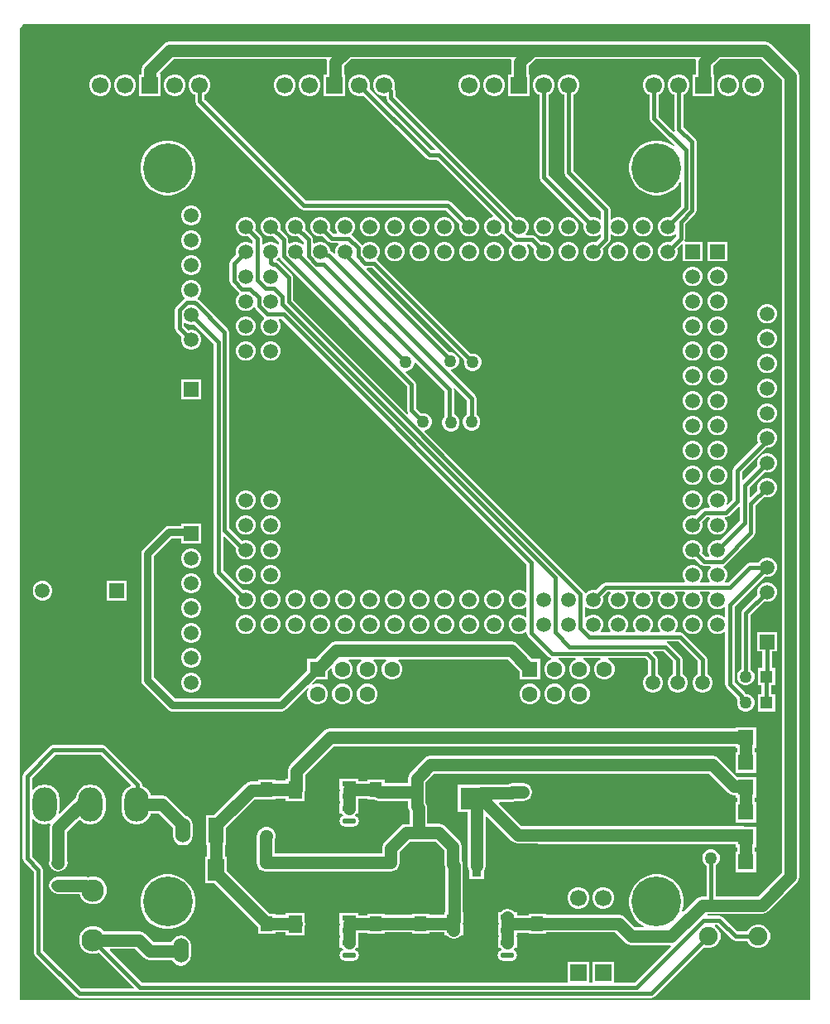
<source format=gbr>
%TF.GenerationSoftware,Altium Limited,Altium Designer,22.3.1 (43)*%
G04 Layer_Physical_Order=2*
G04 Layer_Color=16711680*
%FSLAX26Y26*%
%MOIN*%
%TF.SameCoordinates,A6686B76-6886-4B69-866F-DC8958589E3E*%
%TF.FilePolarity,Positive*%
%TF.FileFunction,Copper,L2,Bot,Signal*%
%TF.Part,Single*%
G01*
G75*
%TA.AperFunction,SMDPad,CuDef*%
%ADD11R,0.055118X0.047244*%
%ADD12O,0.055118X0.047244*%
%ADD13R,0.040000X0.030000*%
%ADD14O,0.040000X0.030000*%
%ADD16C,0.050000*%
%ADD17R,0.030000X0.040000*%
%ADD18O,0.030000X0.040000*%
%ADD19O,0.037402X0.090551*%
%ADD20R,0.037402X0.090551*%
%ADD21R,0.129921X0.090551*%
%TA.AperFunction,Conductor*%
%ADD25C,0.015000*%
%ADD26C,0.050000*%
%ADD27C,0.030000*%
%TA.AperFunction,ComponentPad*%
%ADD29R,0.059055X0.059055*%
%ADD30C,0.059055*%
%ADD31R,0.059055X0.059055*%
%ADD32C,0.066929*%
%ADD33R,0.066929X0.066929*%
%ADD34C,0.200000*%
%ADD35R,0.062992X0.062992*%
%ADD36C,0.062992*%
%ADD37O,0.098425X0.137795*%
%ADD38C,0.090551*%
%ADD39C,0.074803*%
%ADD40R,0.062992X0.062992*%
%TA.AperFunction,ViaPad*%
%ADD41C,0.050000*%
%TA.AperFunction,SMDPad,CuDef*%
%ADD42O,0.051181X0.060000*%
%ADD43R,0.051181X0.060000*%
%ADD44O,0.056693X0.021654*%
%ADD45R,0.056693X0.021654*%
%ADD46R,0.050000X0.050000*%
%ADD47O,0.055000X0.040000*%
%ADD48O,0.068898X0.086614*%
%ADD49R,0.068898X0.086614*%
%ADD50O,0.060000X0.100000*%
%ADD51R,0.060000X0.100000*%
G36*
X3185000D02*
X0D01*
Y3910000D01*
X6644Y3916644D01*
X10000Y3920000D01*
X10000Y3920000D01*
X12560Y3925000D01*
X3185000D01*
Y0D01*
D02*
G37*
%LPC*%
G36*
X2963646Y3723465D02*
X2946354D01*
X2930379Y3716847D01*
X2918153Y3704621D01*
X2911535Y3688646D01*
Y3671354D01*
X2918153Y3655379D01*
X2930379Y3643153D01*
X2946354Y3636535D01*
X2963646D01*
X2979621Y3643153D01*
X2991847Y3655379D01*
X2998465Y3671354D01*
Y3688646D01*
X2991847Y3704621D01*
X2979621Y3716847D01*
X2963646Y3723465D01*
D02*
G37*
G36*
X2863646D02*
X2846354D01*
X2830379Y3716847D01*
X2818153Y3704621D01*
X2811535Y3688646D01*
Y3671354D01*
X2818153Y3655379D01*
X2830379Y3643153D01*
X2846354Y3636535D01*
X2863646D01*
X2879621Y3643153D01*
X2891847Y3655379D01*
X2898465Y3671354D01*
Y3688646D01*
X2891847Y3704621D01*
X2879621Y3716847D01*
X2863646Y3723465D01*
D02*
G37*
G36*
X1920312D02*
X1903020D01*
X1887045Y3716847D01*
X1874819Y3704621D01*
X1868201Y3688646D01*
Y3671354D01*
X1874819Y3655379D01*
X1887045Y3643153D01*
X1903020Y3636535D01*
X1920312D01*
X1936287Y3643153D01*
X1948513Y3655379D01*
X1955130Y3671354D01*
Y3688646D01*
X1948513Y3704621D01*
X1936287Y3716847D01*
X1920312Y3723465D01*
D02*
G37*
G36*
X1820312D02*
X1803020D01*
X1787045Y3716847D01*
X1774819Y3704621D01*
X1768201Y3688646D01*
Y3671354D01*
X1774819Y3655379D01*
X1787045Y3643153D01*
X1803020Y3636535D01*
X1820312D01*
X1836287Y3643153D01*
X1848513Y3655379D01*
X1855130Y3671354D01*
Y3688646D01*
X1848513Y3704621D01*
X1836287Y3716847D01*
X1820312Y3723465D01*
D02*
G37*
G36*
X1176980D02*
X1159688D01*
X1143713Y3716847D01*
X1131487Y3704621D01*
X1124870Y3688646D01*
Y3671354D01*
X1131487Y3655379D01*
X1143713Y3643153D01*
X1159688Y3636535D01*
X1176980D01*
X1192955Y3643153D01*
X1205181Y3655379D01*
X1211799Y3671354D01*
Y3688646D01*
X1205181Y3704621D01*
X1192955Y3716847D01*
X1176980Y3723465D01*
D02*
G37*
G36*
X1076980D02*
X1059688D01*
X1043713Y3716847D01*
X1031487Y3704621D01*
X1024870Y3688646D01*
Y3671354D01*
X1031487Y3655379D01*
X1043713Y3643153D01*
X1059688Y3636535D01*
X1076980D01*
X1092955Y3643153D01*
X1105181Y3655379D01*
X1111799Y3671354D01*
Y3688646D01*
X1105181Y3704621D01*
X1092955Y3716847D01*
X1076980Y3723465D01*
D02*
G37*
G36*
X633646D02*
X616354D01*
X600379Y3716847D01*
X588153Y3704621D01*
X581535Y3688646D01*
Y3671354D01*
X588153Y3655379D01*
X600379Y3643153D01*
X616354Y3636535D01*
X633646D01*
X649621Y3643153D01*
X661847Y3655379D01*
X668465Y3671354D01*
Y3688646D01*
X661847Y3704621D01*
X649621Y3716847D01*
X633646Y3723465D01*
D02*
G37*
G36*
X433646D02*
X416354D01*
X400379Y3716847D01*
X388153Y3704621D01*
X381536Y3688646D01*
Y3671354D01*
X388153Y3655379D01*
X400379Y3643153D01*
X416354Y3636535D01*
X433646D01*
X449621Y3643153D01*
X461847Y3655379D01*
X468464Y3671354D01*
Y3688646D01*
X461847Y3704621D01*
X449621Y3716847D01*
X433646Y3723465D01*
D02*
G37*
G36*
X333646D02*
X316354D01*
X300379Y3716847D01*
X288153Y3704621D01*
X281536Y3688646D01*
Y3671354D01*
X288153Y3655379D01*
X300379Y3643153D01*
X316354Y3636535D01*
X333646D01*
X349621Y3643153D01*
X361847Y3655379D01*
X368464Y3671354D01*
Y3688646D01*
X361847Y3704621D01*
X349621Y3716847D01*
X333646Y3723465D01*
D02*
G37*
G36*
X2663646D02*
X2646354D01*
X2630379Y3716847D01*
X2618153Y3704621D01*
X2611535Y3688646D01*
Y3671354D01*
X2618153Y3655379D01*
X2630379Y3643153D01*
X2636058Y3640800D01*
Y3502791D01*
X2639255Y3495073D01*
X2635017Y3492240D01*
X2573942Y3553315D01*
Y3640800D01*
X2579621Y3643153D01*
X2591847Y3655379D01*
X2598465Y3671354D01*
Y3688646D01*
X2591847Y3704621D01*
X2579621Y3716847D01*
X2563646Y3723465D01*
X2546354D01*
X2530379Y3716847D01*
X2518153Y3704621D01*
X2511535Y3688646D01*
Y3671354D01*
X2518153Y3655379D01*
X2530379Y3643153D01*
X2536058Y3640800D01*
Y3545469D01*
X2541606Y3532075D01*
X2635587Y3438094D01*
X2632245Y3434478D01*
X2607162Y3448960D01*
X2579186Y3456456D01*
X2550222D01*
X2522246Y3448960D01*
X2497162Y3434478D01*
X2476682Y3413998D01*
X2462200Y3388914D01*
X2454704Y3360938D01*
Y3331974D01*
X2462200Y3303998D01*
X2476682Y3278914D01*
X2497162Y3258434D01*
X2522246Y3243952D01*
X2550222Y3236456D01*
X2579186D01*
X2607162Y3243952D01*
X2632246Y3258434D01*
X2652726Y3278914D01*
X2658432Y3288798D01*
X2663262Y3287504D01*
Y3191912D01*
X2619994Y3148644D01*
X2617863Y3149528D01*
X2602137D01*
X2587610Y3143510D01*
X2576490Y3132390D01*
X2570472Y3117863D01*
Y3102137D01*
X2576490Y3087610D01*
X2587610Y3076490D01*
X2602137Y3070472D01*
X2617863D01*
X2632390Y3076490D01*
X2638875Y3082974D01*
X2643875Y3080903D01*
Y3070663D01*
X2621311Y3048099D01*
X2617863Y3049528D01*
X2602137D01*
X2587610Y3043510D01*
X2576490Y3032390D01*
X2570472Y3017863D01*
Y3002137D01*
X2576490Y2987610D01*
X2587610Y2976490D01*
X2602137Y2970472D01*
X2617863D01*
X2632390Y2976490D01*
X2643510Y2987610D01*
X2649528Y3002137D01*
Y3017863D01*
X2648099Y3021311D01*
X2665853Y3039065D01*
X2670472Y3037152D01*
Y2970472D01*
X2749528D01*
Y3049528D01*
X2680754D01*
X2677976Y3053685D01*
X2681759Y3062817D01*
Y3121478D01*
X2720598Y3160317D01*
X2726146Y3173711D01*
Y3450587D01*
X2720598Y3463981D01*
X2673942Y3510637D01*
Y3640800D01*
X2679621Y3643153D01*
X2691847Y3655379D01*
X2698465Y3671354D01*
Y3688646D01*
X2691847Y3704621D01*
X2679621Y3716847D01*
X2663646Y3723465D01*
D02*
G37*
G36*
X1476980D02*
X1459688D01*
X1443713Y3716847D01*
X1431487Y3704621D01*
X1424870Y3688646D01*
Y3671354D01*
X1431487Y3655379D01*
X1443713Y3643153D01*
X1459688Y3636535D01*
X1475357D01*
Y3627564D01*
X1480905Y3614170D01*
X1673174Y3421900D01*
X1671261Y3417281D01*
X1657841D01*
X1409446Y3665676D01*
X1411799Y3671354D01*
Y3688646D01*
X1405181Y3704621D01*
X1392955Y3716847D01*
X1376980Y3723465D01*
X1359688D01*
X1343713Y3716847D01*
X1331487Y3704621D01*
X1324870Y3688646D01*
Y3671354D01*
X1331487Y3655379D01*
X1343713Y3643153D01*
X1359688Y3636535D01*
X1376980D01*
X1382658Y3638888D01*
X1636601Y3384945D01*
X1649995Y3379397D01*
X1680322D01*
X1905572Y3154147D01*
X1903659Y3149528D01*
X1902138D01*
X1887610Y3143510D01*
X1876490Y3132390D01*
X1870473Y3117863D01*
Y3102137D01*
X1876490Y3087610D01*
X1887610Y3076490D01*
X1902138Y3070472D01*
X1917862D01*
X1932390Y3076490D01*
X1940318Y3084417D01*
X1945222Y3083442D01*
X1946606Y3080099D01*
X1983071Y3043634D01*
X1983845Y3039745D01*
X1976490Y3032390D01*
X1970473Y3017863D01*
Y3002137D01*
X1976490Y2987610D01*
X1987610Y2976490D01*
X2002138Y2970472D01*
X2017862D01*
X2032390Y2976490D01*
X2043510Y2987610D01*
X2049528Y3002137D01*
Y3017863D01*
X2043510Y3032390D01*
X2042434Y3033466D01*
X2044348Y3038086D01*
X2055126D01*
X2071901Y3021311D01*
X2070472Y3017863D01*
Y3002137D01*
X2076490Y2987610D01*
X2087610Y2976490D01*
X2102137Y2970472D01*
X2117863D01*
X2132390Y2976490D01*
X2143510Y2987610D01*
X2149528Y3002137D01*
Y3017863D01*
X2143510Y3032390D01*
X2132390Y3043510D01*
X2117863Y3049528D01*
X2102137D01*
X2098689Y3048099D01*
X2076366Y3070421D01*
X2062972Y3075970D01*
X2038941D01*
X2036870Y3080970D01*
X2043510Y3087610D01*
X2049528Y3102137D01*
Y3117863D01*
X2043510Y3132390D01*
X2032390Y3143510D01*
X2017862Y3149528D01*
X2002138D01*
X2000006Y3148644D01*
X1513241Y3635410D01*
Y3654035D01*
X1508933Y3664436D01*
X1511799Y3671354D01*
Y3688646D01*
X1505181Y3704621D01*
X1492955Y3716847D01*
X1476980Y3723465D01*
D02*
G37*
G36*
X610682Y3456456D02*
X581718D01*
X553742Y3448960D01*
X528658Y3434478D01*
X508178Y3413998D01*
X493696Y3388914D01*
X486200Y3360938D01*
Y3331974D01*
X493696Y3303998D01*
X508178Y3278914D01*
X528658Y3258434D01*
X553742Y3243952D01*
X581718Y3236456D01*
X610682D01*
X638658Y3243952D01*
X663742Y3258434D01*
X684222Y3278914D01*
X698704Y3303998D01*
X706200Y3331974D01*
Y3360938D01*
X698704Y3388914D01*
X684222Y3413998D01*
X663742Y3434478D01*
X638658Y3448960D01*
X610682Y3456456D01*
D02*
G37*
G36*
X2220312Y3723465D02*
X2203020D01*
X2187045Y3716847D01*
X2174819Y3704621D01*
X2168202Y3688646D01*
Y3671354D01*
X2174819Y3655379D01*
X2187045Y3643153D01*
X2192724Y3640800D01*
Y3328334D01*
X2198272Y3314940D01*
X2341058Y3172154D01*
Y3141375D01*
X2336439Y3139462D01*
X2332390Y3143510D01*
X2317863Y3149528D01*
X2302137D01*
X2298689Y3148099D01*
X2130608Y3316180D01*
Y3640800D01*
X2136287Y3643153D01*
X2148513Y3655379D01*
X2155131Y3671354D01*
Y3688646D01*
X2148513Y3704621D01*
X2136287Y3716847D01*
X2120312Y3723465D01*
X2103020D01*
X2087045Y3716847D01*
X2074819Y3704621D01*
X2068202Y3688646D01*
Y3671354D01*
X2074819Y3655379D01*
X2087045Y3643153D01*
X2092724Y3640800D01*
Y3308334D01*
X2098272Y3294940D01*
X2271901Y3121311D01*
X2270472Y3117863D01*
Y3102137D01*
X2276490Y3087610D01*
X2287610Y3076490D01*
X2302137Y3070472D01*
X2317863D01*
X2332390Y3076490D01*
X2336439Y3080538D01*
X2341058Y3078625D01*
Y3067846D01*
X2321311Y3048099D01*
X2317863Y3049528D01*
X2302137D01*
X2287610Y3043510D01*
X2276490Y3032390D01*
X2270472Y3017863D01*
Y3002137D01*
X2276490Y2987610D01*
X2287610Y2976490D01*
X2302137Y2970472D01*
X2317863D01*
X2332390Y2976490D01*
X2343510Y2987610D01*
X2349528Y3002137D01*
Y3017863D01*
X2348099Y3021311D01*
X2373394Y3046606D01*
X2378942Y3060000D01*
Y3078625D01*
X2383561Y3080538D01*
X2387610Y3076490D01*
X2402137Y3070472D01*
X2417863D01*
X2432390Y3076490D01*
X2443510Y3087610D01*
X2449528Y3102137D01*
Y3117863D01*
X2443510Y3132390D01*
X2432390Y3143510D01*
X2417863Y3149528D01*
X2402137D01*
X2387610Y3143510D01*
X2383561Y3139462D01*
X2378942Y3141375D01*
Y3180000D01*
X2373394Y3193394D01*
X2230608Y3336180D01*
Y3640800D01*
X2236287Y3643153D01*
X2248513Y3655379D01*
X2255131Y3671354D01*
Y3688646D01*
X2248513Y3704621D01*
X2236287Y3716847D01*
X2220312Y3723465D01*
D02*
G37*
G36*
X697862Y3194528D02*
X682138D01*
X667610Y3188510D01*
X656490Y3177390D01*
X650472Y3162863D01*
Y3147137D01*
X656490Y3132610D01*
X667610Y3121490D01*
X682138Y3115472D01*
X697862D01*
X712390Y3121490D01*
X723510Y3132610D01*
X729528Y3147137D01*
Y3162863D01*
X723510Y3177390D01*
X712390Y3188510D01*
X697862Y3194528D01*
D02*
G37*
G36*
X1317862Y3149528D02*
X1302138D01*
X1287610Y3143510D01*
X1276490Y3132390D01*
X1270473Y3117863D01*
Y3102137D01*
X1276490Y3087610D01*
X1277566Y3086534D01*
X1275652Y3081914D01*
X1264874D01*
X1248099Y3098689D01*
X1249527Y3102137D01*
Y3117863D01*
X1243510Y3132390D01*
X1232390Y3143510D01*
X1217862Y3149528D01*
X1202138D01*
X1187610Y3143510D01*
X1176490Y3132390D01*
X1170473Y3117863D01*
Y3102137D01*
X1176490Y3087610D01*
X1187610Y3076490D01*
X1202138Y3070472D01*
X1217862D01*
X1221311Y3071901D01*
X1243634Y3049578D01*
X1257028Y3044030D01*
X1281059D01*
X1283130Y3039030D01*
X1276490Y3032390D01*
X1270473Y3017863D01*
Y3003282D01*
X1266127Y3000556D01*
X1258290Y3008394D01*
X1249527Y3012023D01*
Y3017863D01*
X1243510Y3032390D01*
X1232390Y3043510D01*
X1217862Y3049528D01*
X1202138D01*
X1187610Y3043510D01*
X1186534Y3042434D01*
X1181914Y3044347D01*
Y3057028D01*
X1176366Y3070421D01*
X1148099Y3098689D01*
X1149527Y3102137D01*
Y3117863D01*
X1143510Y3132390D01*
X1132390Y3143510D01*
X1117862Y3149528D01*
X1102138D01*
X1087610Y3143510D01*
X1076490Y3132390D01*
X1070473Y3117863D01*
Y3102137D01*
X1076490Y3087610D01*
X1087610Y3076490D01*
X1102138Y3070472D01*
X1117862D01*
X1121311Y3071901D01*
X1144031Y3049182D01*
Y3038941D01*
X1139031Y3036870D01*
X1132390Y3043510D01*
X1117862Y3049528D01*
X1102138D01*
X1087610Y3043510D01*
X1086534Y3042434D01*
X1081914Y3044347D01*
Y3057028D01*
X1076366Y3070421D01*
X1048099Y3098689D01*
X1049527Y3102137D01*
Y3117863D01*
X1043510Y3132390D01*
X1032390Y3143510D01*
X1017862Y3149528D01*
X1002138D01*
X987610Y3143510D01*
X976490Y3132390D01*
X970472Y3117863D01*
Y3102137D01*
X976490Y3087610D01*
X987610Y3076490D01*
X1002138Y3070472D01*
X1017862D01*
X1021311Y3071901D01*
X1044031Y3049182D01*
Y3038941D01*
X1039031Y3036870D01*
X1032390Y3043510D01*
X1017862Y3049528D01*
X1002138D01*
X987610Y3043510D01*
X981389Y3037290D01*
X976389Y3039361D01*
Y3062552D01*
X970841Y3075946D01*
X948099Y3098689D01*
X949528Y3102137D01*
Y3117863D01*
X943510Y3132390D01*
X932390Y3143510D01*
X917862Y3149528D01*
X902138D01*
X887610Y3143510D01*
X876490Y3132390D01*
X870472Y3117863D01*
Y3102137D01*
X876490Y3087610D01*
X887610Y3076490D01*
X902138Y3070472D01*
X917862D01*
X921311Y3071901D01*
X938506Y3054707D01*
Y3043928D01*
X933886Y3042014D01*
X932390Y3043510D01*
X917862Y3049528D01*
X902138D01*
X887610Y3043510D01*
X876490Y3032390D01*
X870472Y3017863D01*
Y3002137D01*
X871901Y2998689D01*
X849578Y2976366D01*
X844030Y2962972D01*
Y2890521D01*
X849578Y2877127D01*
X881585Y2845120D01*
X882826Y2844606D01*
X883802Y2839702D01*
X876490Y2832390D01*
X870472Y2817863D01*
Y2802137D01*
X876490Y2787610D01*
X887610Y2776490D01*
X902138Y2770472D01*
X917862D01*
X932390Y2776490D01*
X940596Y2784696D01*
X946494Y2783523D01*
X948836Y2777870D01*
X983071Y2743634D01*
X983845Y2739745D01*
X976490Y2732390D01*
X970472Y2717863D01*
Y2702137D01*
X976490Y2687610D01*
X987610Y2676490D01*
X1002138Y2670472D01*
X1017862D01*
X1032390Y2676490D01*
X1043510Y2687610D01*
X1049527Y2702137D01*
Y2717863D01*
X1043510Y2732390D01*
X1042434Y2733466D01*
X1044348Y2738086D01*
X1054416D01*
X2041058Y1751443D01*
Y1641375D01*
X2036439Y1639462D01*
X2032390Y1643510D01*
X2017862Y1649527D01*
X2002138D01*
X1987610Y1643510D01*
X1976490Y1632390D01*
X1970473Y1617862D01*
Y1602138D01*
X1976490Y1587610D01*
X1987610Y1576490D01*
X2002138Y1570473D01*
X2017862D01*
X2032390Y1576490D01*
X2036439Y1580538D01*
X2041058Y1578625D01*
Y1541375D01*
X2036439Y1539462D01*
X2032390Y1543510D01*
X2017862Y1549527D01*
X2002138D01*
X1987610Y1543510D01*
X1976490Y1532390D01*
X1970473Y1517862D01*
Y1502138D01*
X1976490Y1487610D01*
X1987610Y1476490D01*
X2002138Y1470473D01*
X2017862D01*
X2032390Y1476490D01*
X2036439Y1480538D01*
X2041058Y1478625D01*
Y1475000D01*
X2046606Y1461606D01*
X2129106Y1379106D01*
X2140579Y1374354D01*
X2140579Y1368942D01*
X2131494Y1365179D01*
X2119821Y1353506D01*
X2113504Y1338254D01*
Y1321746D01*
X2119821Y1306494D01*
X2131494Y1294821D01*
X2146746Y1288504D01*
X2163254D01*
X2178506Y1294821D01*
X2190179Y1306494D01*
X2196496Y1321746D01*
Y1338254D01*
X2190179Y1353506D01*
X2178506Y1365179D01*
X2170347Y1368558D01*
X2171342Y1373558D01*
X2238658D01*
X2239653Y1368558D01*
X2231494Y1365179D01*
X2219821Y1353506D01*
X2213504Y1338254D01*
Y1321746D01*
X2219821Y1306494D01*
X2231494Y1294821D01*
X2246746Y1288504D01*
X2263254D01*
X2278506Y1294821D01*
X2290179Y1306494D01*
X2296496Y1321746D01*
Y1338254D01*
X2290179Y1353506D01*
X2278506Y1365179D01*
X2270347Y1368558D01*
X2271342Y1373558D01*
X2338658D01*
X2339653Y1368558D01*
X2331494Y1365179D01*
X2319821Y1353506D01*
X2313504Y1338254D01*
Y1321746D01*
X2319821Y1306494D01*
X2331494Y1294821D01*
X2346746Y1288504D01*
X2363254D01*
X2378506Y1294821D01*
X2390179Y1306494D01*
X2396496Y1321746D01*
Y1338254D01*
X2390179Y1353506D01*
X2378506Y1365179D01*
X2370347Y1368558D01*
X2371342Y1373558D01*
X2519654D01*
X2531058Y1362154D01*
Y1309938D01*
X2527610Y1308510D01*
X2516490Y1297390D01*
X2510472Y1282862D01*
Y1267138D01*
X2516490Y1252610D01*
X2527610Y1241490D01*
X2542137Y1235473D01*
X2557863D01*
X2572390Y1241490D01*
X2583510Y1252610D01*
X2589528Y1267138D01*
Y1282862D01*
X2583510Y1297390D01*
X2572390Y1308510D01*
X2568942Y1309938D01*
Y1370000D01*
X2563394Y1383394D01*
X2550349Y1396439D01*
X2552262Y1401058D01*
X2592154D01*
X2631058Y1362154D01*
Y1309938D01*
X2627610Y1308510D01*
X2616490Y1297390D01*
X2610472Y1282862D01*
Y1267138D01*
X2616490Y1252610D01*
X2627610Y1241490D01*
X2642137Y1235473D01*
X2657863D01*
X2672390Y1241490D01*
X2683510Y1252610D01*
X2689528Y1267138D01*
Y1282862D01*
X2683510Y1297390D01*
X2672390Y1308510D01*
X2668942Y1309938D01*
Y1370000D01*
X2663394Y1383394D01*
X2613394Y1433394D01*
X2606962Y1436058D01*
X2607957Y1441058D01*
X2652154D01*
X2731058Y1362154D01*
Y1309938D01*
X2727610Y1308510D01*
X2716490Y1297390D01*
X2710472Y1282862D01*
Y1267138D01*
X2716490Y1252610D01*
X2727610Y1241490D01*
X2742137Y1235473D01*
X2757863D01*
X2772390Y1241490D01*
X2783510Y1252610D01*
X2789528Y1267138D01*
Y1282862D01*
X2783510Y1297390D01*
X2772390Y1308510D01*
X2768942Y1309938D01*
Y1370000D01*
X2763394Y1383394D01*
X2673394Y1473394D01*
X2660000Y1478942D01*
X2641375D01*
X2639462Y1483561D01*
X2643510Y1487610D01*
X2649528Y1502138D01*
Y1517862D01*
X2643510Y1532390D01*
X2632390Y1543510D01*
X2617863Y1549527D01*
X2602137D01*
X2587610Y1543510D01*
X2576490Y1532390D01*
X2570472Y1517862D01*
Y1502138D01*
X2576490Y1487610D01*
X2580538Y1483561D01*
X2578625Y1478942D01*
X2541375D01*
X2539462Y1483561D01*
X2543510Y1487610D01*
X2549528Y1502138D01*
Y1517862D01*
X2543510Y1532390D01*
X2532390Y1543510D01*
X2517863Y1549527D01*
X2502137D01*
X2487610Y1543510D01*
X2476490Y1532390D01*
X2470472Y1517862D01*
Y1502138D01*
X2476490Y1487610D01*
X2480538Y1483561D01*
X2478625Y1478942D01*
X2441375D01*
X2439462Y1483561D01*
X2443510Y1487610D01*
X2449528Y1502138D01*
Y1517862D01*
X2443510Y1532390D01*
X2432390Y1543510D01*
X2417863Y1549527D01*
X2402137D01*
X2387610Y1543510D01*
X2376490Y1532390D01*
X2370472Y1517862D01*
Y1502138D01*
X2376490Y1487610D01*
X2380538Y1483561D01*
X2378625Y1478942D01*
X2341375D01*
X2339462Y1483561D01*
X2343510Y1487610D01*
X2349528Y1502138D01*
Y1517862D01*
X2343510Y1532390D01*
X2332390Y1543510D01*
X2317863Y1549527D01*
X2302137D01*
X2287610Y1543510D01*
X2280970Y1536870D01*
X2275970Y1538941D01*
Y1581059D01*
X2280970Y1583130D01*
X2287610Y1576490D01*
X2302137Y1570473D01*
X2317863D01*
X2332390Y1576490D01*
X2343510Y1587610D01*
X2349528Y1602138D01*
Y1617862D01*
X2348099Y1621311D01*
X2367846Y1641058D01*
X2378625D01*
X2380538Y1636439D01*
X2376490Y1632390D01*
X2370472Y1617862D01*
Y1602138D01*
X2376490Y1587610D01*
X2387610Y1576490D01*
X2402137Y1570473D01*
X2417863D01*
X2432390Y1576490D01*
X2443510Y1587610D01*
X2449528Y1602138D01*
Y1617862D01*
X2443510Y1632390D01*
X2439462Y1636439D01*
X2441375Y1641058D01*
X2478625D01*
X2480538Y1636439D01*
X2476490Y1632390D01*
X2470472Y1617862D01*
Y1602138D01*
X2476490Y1587610D01*
X2487610Y1576490D01*
X2502137Y1570473D01*
X2517863D01*
X2532390Y1576490D01*
X2543510Y1587610D01*
X2549528Y1602138D01*
Y1617862D01*
X2543510Y1632390D01*
X2539462Y1636439D01*
X2541375Y1641058D01*
X2578625D01*
X2580538Y1636439D01*
X2576490Y1632390D01*
X2570472Y1617862D01*
Y1602138D01*
X2576490Y1587610D01*
X2587610Y1576490D01*
X2602137Y1570473D01*
X2617863D01*
X2632390Y1576490D01*
X2643510Y1587610D01*
X2649528Y1602138D01*
Y1617862D01*
X2643510Y1632390D01*
X2639462Y1636439D01*
X2641375Y1641058D01*
X2678625D01*
X2680538Y1636439D01*
X2676490Y1632390D01*
X2670472Y1617862D01*
Y1602138D01*
X2676490Y1587610D01*
X2687610Y1576490D01*
X2702137Y1570473D01*
X2717863D01*
X2732390Y1576490D01*
X2743510Y1587610D01*
X2749528Y1602138D01*
Y1617862D01*
X2743510Y1632390D01*
X2739462Y1636439D01*
X2741375Y1641058D01*
X2778625D01*
X2780538Y1636439D01*
X2776490Y1632390D01*
X2770472Y1617862D01*
Y1602138D01*
X2776490Y1587610D01*
X2787610Y1576490D01*
X2802137Y1570473D01*
X2817863D01*
X2832390Y1576490D01*
X2836439Y1580538D01*
X2841058Y1578625D01*
Y1541375D01*
X2836439Y1539462D01*
X2832390Y1543510D01*
X2817863Y1549527D01*
X2802137D01*
X2787610Y1543510D01*
X2776490Y1532390D01*
X2770472Y1517862D01*
Y1502138D01*
X2776490Y1487610D01*
X2787610Y1476490D01*
X2802137Y1470473D01*
X2817863D01*
X2832390Y1476490D01*
X2836439Y1480538D01*
X2841058Y1478625D01*
Y1269321D01*
X2846606Y1255927D01*
X2888458Y1214075D01*
Y1212500D01*
X2891362Y1205491D01*
X2889900Y1201962D01*
Y1188038D01*
X2895228Y1175174D01*
X2905074Y1165328D01*
X2917938Y1160000D01*
X2931862D01*
X2944726Y1165328D01*
X2954572Y1175174D01*
X2959900Y1188038D01*
Y1201962D01*
X2954572Y1214826D01*
X2944726Y1224672D01*
X2931862Y1230000D01*
X2922995D01*
X2920794Y1235315D01*
X2878942Y1277167D01*
Y1582154D01*
X2998689Y1701901D01*
X3002137Y1700473D01*
X3017863D01*
X3032390Y1706490D01*
X3043510Y1717610D01*
X3049528Y1732138D01*
Y1747862D01*
X3043510Y1762390D01*
X3032390Y1773510D01*
X3017863Y1779527D01*
X3002137D01*
X2987610Y1773510D01*
X2976490Y1762390D01*
X2975062Y1758942D01*
X2941539D01*
X2928145Y1753394D01*
X2853693Y1678942D01*
X2841375D01*
X2839462Y1683561D01*
X2843510Y1687610D01*
X2849528Y1702138D01*
Y1717862D01*
X2843510Y1732390D01*
X2834997Y1740904D01*
X2836170Y1746802D01*
X2842873Y1749579D01*
X2958394Y1865099D01*
X2963942Y1878493D01*
Y1987154D01*
X2998689Y2021901D01*
X3002137Y2020473D01*
X3017863D01*
X3032390Y2026490D01*
X3043510Y2037610D01*
X3049528Y2052137D01*
Y2067863D01*
X3043510Y2082390D01*
X3032390Y2093510D01*
X3017863Y2099528D01*
X3002137D01*
X2987610Y2093510D01*
X2976490Y2082390D01*
X2970472Y2067863D01*
Y2052137D01*
X2971901Y2048689D01*
X2943561Y2020349D01*
X2938942Y2022263D01*
Y2062154D01*
X2998689Y2121901D01*
X3002137Y2120472D01*
X3017863D01*
X3032390Y2126490D01*
X3043510Y2137610D01*
X3049528Y2152137D01*
Y2167863D01*
X3043510Y2182390D01*
X3032390Y2193510D01*
X3017863Y2199528D01*
X3002137D01*
X2987610Y2193510D01*
X2976490Y2182390D01*
X2970472Y2167863D01*
Y2152137D01*
X2971901Y2148689D01*
X2913561Y2090349D01*
X2908942Y2092262D01*
Y2122154D01*
X3007260Y2220472D01*
X3017863D01*
X3032390Y2226490D01*
X3043510Y2237610D01*
X3049528Y2252137D01*
Y2267863D01*
X3043510Y2282390D01*
X3032390Y2293510D01*
X3017863Y2299528D01*
X3002137D01*
X2987610Y2293510D01*
X2976490Y2282390D01*
X2970472Y2267863D01*
Y2252137D01*
X2974830Y2241618D01*
X2876606Y2143394D01*
X2871058Y2130000D01*
Y2012846D01*
X2851114Y1992902D01*
X2846875Y1995734D01*
X2849528Y2002138D01*
Y2017862D01*
X2843510Y2032390D01*
X2832390Y2043510D01*
X2817863Y2049528D01*
X2802137D01*
X2787610Y2043510D01*
X2776490Y2032390D01*
X2770472Y2017862D01*
Y2002138D01*
X2776490Y1987610D01*
X2780538Y1983561D01*
X2778625Y1978942D01*
X2760000D01*
X2746606Y1973394D01*
X2721311Y1948099D01*
X2717863Y1949527D01*
X2702137D01*
X2687610Y1943510D01*
X2676490Y1932390D01*
X2670472Y1917862D01*
Y1902138D01*
X2676490Y1887610D01*
X2687610Y1876490D01*
X2702137Y1870473D01*
X2717863D01*
X2732390Y1876490D01*
X2743510Y1887610D01*
X2749528Y1902138D01*
Y1917862D01*
X2748099Y1921311D01*
X2767846Y1941058D01*
X2778625D01*
X2780538Y1936439D01*
X2776490Y1932390D01*
X2770472Y1917862D01*
Y1902138D01*
X2776490Y1887610D01*
X2787610Y1876490D01*
X2802137Y1870473D01*
X2817863D01*
X2832390Y1876490D01*
X2843510Y1887610D01*
X2849528Y1902138D01*
Y1917862D01*
X2843510Y1932390D01*
X2839462Y1936439D01*
X2841375Y1941058D01*
X2845000D01*
X2858394Y1946606D01*
X2896439Y1984651D01*
X2901058Y1982737D01*
Y1927846D01*
X2821311Y1848099D01*
X2817863Y1849527D01*
X2802137D01*
X2787610Y1843510D01*
X2776490Y1832390D01*
X2770472Y1817862D01*
Y1802138D01*
X2776490Y1787610D01*
X2777566Y1786534D01*
X2775653Y1781914D01*
X2764874D01*
X2748099Y1798689D01*
X2749528Y1802138D01*
Y1817862D01*
X2743510Y1832390D01*
X2732390Y1843510D01*
X2717863Y1849527D01*
X2702137D01*
X2687610Y1843510D01*
X2676490Y1832390D01*
X2670472Y1817862D01*
Y1802138D01*
X2676490Y1787610D01*
X2687610Y1776490D01*
X2702137Y1770473D01*
X2717863D01*
X2721311Y1771901D01*
X2743634Y1749578D01*
X2757028Y1744031D01*
X2781059D01*
X2783130Y1739031D01*
X2776490Y1732390D01*
X2770472Y1717862D01*
Y1702138D01*
X2776490Y1687610D01*
X2780538Y1683561D01*
X2778625Y1678942D01*
X2741375D01*
X2739462Y1683561D01*
X2743510Y1687610D01*
X2749528Y1702138D01*
Y1717862D01*
X2743510Y1732390D01*
X2732390Y1743510D01*
X2717863Y1749527D01*
X2702137D01*
X2687610Y1743510D01*
X2676490Y1732390D01*
X2670472Y1717862D01*
Y1702138D01*
X2676490Y1687610D01*
X2680538Y1683561D01*
X2678625Y1678942D01*
X2360000D01*
X2346606Y1673394D01*
X2321311Y1648099D01*
X2317863Y1649527D01*
X2302137D01*
X2287610Y1643510D01*
X2280119Y1636020D01*
X2274221Y1637193D01*
X2270421Y1646366D01*
X1631303Y2285485D01*
X1633230Y2290629D01*
X1644826Y2295432D01*
X1654672Y2305278D01*
X1660000Y2318142D01*
Y2332066D01*
X1654672Y2344930D01*
X1644826Y2354776D01*
X1631962Y2360104D01*
X1618038D01*
X1617154Y2359738D01*
X1597245Y2379647D01*
Y2475190D01*
X1591697Y2488584D01*
X1554900Y2525381D01*
X1556814Y2530000D01*
X1561962D01*
X1574826Y2535328D01*
X1584672Y2545174D01*
X1590000Y2558038D01*
Y2561783D01*
X1594619Y2563697D01*
X1711058Y2447258D01*
Y2345096D01*
X1706834Y2340872D01*
X1701506Y2328008D01*
Y2314084D01*
X1706834Y2301220D01*
X1716680Y2291375D01*
X1729544Y2286046D01*
X1743467D01*
X1756332Y2291375D01*
X1766177Y2301220D01*
X1771506Y2314084D01*
Y2328008D01*
X1766177Y2340872D01*
X1756332Y2350718D01*
X1748942Y2353779D01*
Y2455104D01*
X1747534Y2458503D01*
X1751773Y2461335D01*
X1801058Y2412050D01*
Y2355038D01*
X1800174Y2354672D01*
X1790328Y2344826D01*
X1785000Y2331962D01*
Y2318038D01*
X1790328Y2305174D01*
X1800174Y2295328D01*
X1813038Y2290000D01*
X1826962D01*
X1839826Y2295328D01*
X1849672Y2305174D01*
X1855000Y2318038D01*
Y2331962D01*
X1849672Y2344826D01*
X1839826Y2354672D01*
X1838942Y2355038D01*
Y2419896D01*
X1833394Y2433290D01*
X1736303Y2530381D01*
X1738217Y2535000D01*
X1741962D01*
X1754826Y2540328D01*
X1764672Y2550174D01*
X1770000Y2563038D01*
Y2576962D01*
X1764672Y2589826D01*
X1754826Y2599672D01*
X1741962Y2605000D01*
X1731788D01*
X1397377Y2939411D01*
X1399290Y2944030D01*
X1419182D01*
X1790366Y2572846D01*
X1790000Y2571962D01*
Y2558038D01*
X1795328Y2545174D01*
X1805174Y2535328D01*
X1818038Y2530000D01*
X1831962D01*
X1844826Y2535328D01*
X1854672Y2545174D01*
X1860000Y2558038D01*
Y2571962D01*
X1854672Y2584826D01*
X1844826Y2594672D01*
X1831962Y2600000D01*
X1818038D01*
X1817154Y2599634D01*
X1440421Y2976366D01*
X1438812Y2977033D01*
X1437837Y2981937D01*
X1443510Y2987610D01*
X1449527Y3002137D01*
Y3017863D01*
X1443510Y3032390D01*
X1432390Y3043510D01*
X1417862Y3049528D01*
X1402138D01*
X1387610Y3043510D01*
X1380255Y3036155D01*
X1376366Y3036929D01*
X1338133Y3075162D01*
X1337168Y3081267D01*
X1343510Y3087610D01*
X1349527Y3102137D01*
Y3117863D01*
X1343510Y3132390D01*
X1332390Y3143510D01*
X1317862Y3149528D01*
D02*
G37*
G36*
X2517863D02*
X2502137D01*
X2487610Y3143510D01*
X2476490Y3132390D01*
X2470472Y3117863D01*
Y3102137D01*
X2476490Y3087610D01*
X2487610Y3076490D01*
X2502137Y3070472D01*
X2517863D01*
X2532390Y3076490D01*
X2543510Y3087610D01*
X2549528Y3102137D01*
Y3117863D01*
X2543510Y3132390D01*
X2532390Y3143510D01*
X2517863Y3149528D01*
D02*
G37*
G36*
X2217863D02*
X2202137D01*
X2187610Y3143510D01*
X2176490Y3132390D01*
X2170472Y3117863D01*
Y3102137D01*
X2176490Y3087610D01*
X2187610Y3076490D01*
X2202137Y3070472D01*
X2217863D01*
X2232390Y3076490D01*
X2243510Y3087610D01*
X2249528Y3102137D01*
Y3117863D01*
X2243510Y3132390D01*
X2232390Y3143510D01*
X2217863Y3149528D01*
D02*
G37*
G36*
X2117863D02*
X2102137D01*
X2087610Y3143510D01*
X2076490Y3132390D01*
X2070472Y3117863D01*
Y3102137D01*
X2076490Y3087610D01*
X2087610Y3076490D01*
X2102137Y3070472D01*
X2117863D01*
X2132390Y3076490D01*
X2143510Y3087610D01*
X2149528Y3102137D01*
Y3117863D01*
X2143510Y3132390D01*
X2132390Y3143510D01*
X2117863Y3149528D01*
D02*
G37*
G36*
X733646Y3723465D02*
X716354D01*
X700379Y3716847D01*
X688153Y3704621D01*
X681535Y3688646D01*
Y3671354D01*
X688153Y3655379D01*
X700379Y3643153D01*
X706058Y3640800D01*
Y3615000D01*
X711606Y3601606D01*
X1131606Y3181606D01*
X1145000Y3176058D01*
X1717154D01*
X1771901Y3121311D01*
X1770473Y3117863D01*
Y3102137D01*
X1776490Y3087610D01*
X1787610Y3076490D01*
X1802138Y3070472D01*
X1817862D01*
X1832390Y3076490D01*
X1843510Y3087610D01*
X1849527Y3102137D01*
Y3117863D01*
X1843510Y3132390D01*
X1832390Y3143510D01*
X1817862Y3149528D01*
X1802138D01*
X1798689Y3148099D01*
X1738394Y3208394D01*
X1725000Y3213942D01*
X1152846D01*
X743942Y3622846D01*
Y3640800D01*
X749621Y3643153D01*
X761847Y3655379D01*
X768465Y3671354D01*
Y3688646D01*
X761847Y3704621D01*
X749621Y3716847D01*
X733646Y3723465D01*
D02*
G37*
G36*
X1717862Y3149528D02*
X1702138D01*
X1687610Y3143510D01*
X1676490Y3132390D01*
X1670473Y3117863D01*
Y3102137D01*
X1676490Y3087610D01*
X1687610Y3076490D01*
X1702138Y3070472D01*
X1717862D01*
X1732390Y3076490D01*
X1743510Y3087610D01*
X1749527Y3102137D01*
Y3117863D01*
X1743510Y3132390D01*
X1732390Y3143510D01*
X1717862Y3149528D01*
D02*
G37*
G36*
X1617862D02*
X1602138D01*
X1587610Y3143510D01*
X1576490Y3132390D01*
X1570473Y3117863D01*
Y3102137D01*
X1576490Y3087610D01*
X1587610Y3076490D01*
X1602138Y3070472D01*
X1617862D01*
X1632390Y3076490D01*
X1643510Y3087610D01*
X1649527Y3102137D01*
Y3117863D01*
X1643510Y3132390D01*
X1632390Y3143510D01*
X1617862Y3149528D01*
D02*
G37*
G36*
X1517862D02*
X1502138D01*
X1487610Y3143510D01*
X1476490Y3132390D01*
X1470473Y3117863D01*
Y3102137D01*
X1476490Y3087610D01*
X1487610Y3076490D01*
X1502138Y3070472D01*
X1517862D01*
X1532390Y3076490D01*
X1543510Y3087610D01*
X1549527Y3102137D01*
Y3117863D01*
X1543510Y3132390D01*
X1532390Y3143510D01*
X1517862Y3149528D01*
D02*
G37*
G36*
X1417862D02*
X1402138D01*
X1387610Y3143510D01*
X1376490Y3132390D01*
X1370473Y3117863D01*
Y3102137D01*
X1376490Y3087610D01*
X1387610Y3076490D01*
X1402138Y3070472D01*
X1417862D01*
X1432390Y3076490D01*
X1443510Y3087610D01*
X1449527Y3102137D01*
Y3117863D01*
X1443510Y3132390D01*
X1432390Y3143510D01*
X1417862Y3149528D01*
D02*
G37*
G36*
X697862Y3094528D02*
X682138D01*
X667610Y3088510D01*
X656490Y3077390D01*
X650472Y3062863D01*
Y3047137D01*
X656490Y3032610D01*
X667610Y3021490D01*
X682138Y3015472D01*
X697862D01*
X712390Y3021490D01*
X723510Y3032610D01*
X729528Y3047137D01*
Y3062863D01*
X723510Y3077390D01*
X712390Y3088510D01*
X697862Y3094528D01*
D02*
G37*
G36*
X2849528Y3049528D02*
X2770472D01*
Y2970472D01*
X2849528D01*
Y3049528D01*
D02*
G37*
G36*
X2517863D02*
X2502137D01*
X2487610Y3043510D01*
X2476490Y3032390D01*
X2470472Y3017863D01*
Y3002137D01*
X2476490Y2987610D01*
X2487610Y2976490D01*
X2502137Y2970472D01*
X2517863D01*
X2532390Y2976490D01*
X2543510Y2987610D01*
X2549528Y3002137D01*
Y3017863D01*
X2543510Y3032390D01*
X2532390Y3043510D01*
X2517863Y3049528D01*
D02*
G37*
G36*
X2417863D02*
X2402137D01*
X2387610Y3043510D01*
X2376490Y3032390D01*
X2370472Y3017863D01*
Y3002137D01*
X2376490Y2987610D01*
X2387610Y2976490D01*
X2402137Y2970472D01*
X2417863D01*
X2432390Y2976490D01*
X2443510Y2987610D01*
X2449528Y3002137D01*
Y3017863D01*
X2443510Y3032390D01*
X2432390Y3043510D01*
X2417863Y3049528D01*
D02*
G37*
G36*
X2217863D02*
X2202137D01*
X2187610Y3043510D01*
X2176490Y3032390D01*
X2170472Y3017863D01*
Y3002137D01*
X2176490Y2987610D01*
X2187610Y2976490D01*
X2202137Y2970472D01*
X2217863D01*
X2232390Y2976490D01*
X2243510Y2987610D01*
X2249528Y3002137D01*
Y3017863D01*
X2243510Y3032390D01*
X2232390Y3043510D01*
X2217863Y3049528D01*
D02*
G37*
G36*
X1917862D02*
X1902138D01*
X1887610Y3043510D01*
X1876490Y3032390D01*
X1870473Y3017863D01*
Y3002137D01*
X1876490Y2987610D01*
X1887610Y2976490D01*
X1902138Y2970472D01*
X1917862D01*
X1932390Y2976490D01*
X1943510Y2987610D01*
X1949527Y3002137D01*
Y3017863D01*
X1943510Y3032390D01*
X1932390Y3043510D01*
X1917862Y3049528D01*
D02*
G37*
G36*
X1817862D02*
X1802138D01*
X1787610Y3043510D01*
X1776490Y3032390D01*
X1770473Y3017863D01*
Y3002137D01*
X1776490Y2987610D01*
X1787610Y2976490D01*
X1802138Y2970472D01*
X1817862D01*
X1832390Y2976490D01*
X1843510Y2987610D01*
X1849527Y3002137D01*
Y3017863D01*
X1843510Y3032390D01*
X1832390Y3043510D01*
X1817862Y3049528D01*
D02*
G37*
G36*
X1717862D02*
X1702138D01*
X1687610Y3043510D01*
X1676490Y3032390D01*
X1670473Y3017863D01*
Y3002137D01*
X1676490Y2987610D01*
X1687610Y2976490D01*
X1702138Y2970472D01*
X1717862D01*
X1732390Y2976490D01*
X1743510Y2987610D01*
X1749527Y3002137D01*
Y3017863D01*
X1743510Y3032390D01*
X1732390Y3043510D01*
X1717862Y3049528D01*
D02*
G37*
G36*
X1617862D02*
X1602138D01*
X1587610Y3043510D01*
X1576490Y3032390D01*
X1570473Y3017863D01*
Y3002137D01*
X1576490Y2987610D01*
X1587610Y2976490D01*
X1602138Y2970472D01*
X1617862D01*
X1632390Y2976490D01*
X1643510Y2987610D01*
X1649527Y3002137D01*
Y3017863D01*
X1643510Y3032390D01*
X1632390Y3043510D01*
X1617862Y3049528D01*
D02*
G37*
G36*
X1517862D02*
X1502138D01*
X1487610Y3043510D01*
X1476490Y3032390D01*
X1470473Y3017863D01*
Y3002137D01*
X1476490Y2987610D01*
X1487610Y2976490D01*
X1502138Y2970472D01*
X1517862D01*
X1532390Y2976490D01*
X1543510Y2987610D01*
X1549527Y3002137D01*
Y3017863D01*
X1543510Y3032390D01*
X1532390Y3043510D01*
X1517862Y3049528D01*
D02*
G37*
G36*
X697862Y2994528D02*
X682138D01*
X667610Y2988510D01*
X656490Y2977390D01*
X650472Y2962863D01*
Y2947137D01*
X656490Y2932610D01*
X667610Y2921490D01*
X682138Y2915472D01*
X697862D01*
X712390Y2921490D01*
X723510Y2932610D01*
X729528Y2947137D01*
Y2962863D01*
X723510Y2977390D01*
X712390Y2988510D01*
X697862Y2994528D01*
D02*
G37*
G36*
X2817863Y2949528D02*
X2802137D01*
X2787610Y2943510D01*
X2776490Y2932390D01*
X2770472Y2917863D01*
Y2902137D01*
X2776490Y2887610D01*
X2787610Y2876490D01*
X2802137Y2870472D01*
X2817863D01*
X2832390Y2876490D01*
X2843510Y2887610D01*
X2849528Y2902137D01*
Y2917863D01*
X2843510Y2932390D01*
X2832390Y2943510D01*
X2817863Y2949528D01*
D02*
G37*
G36*
X2717863D02*
X2702137D01*
X2687610Y2943510D01*
X2676490Y2932390D01*
X2670472Y2917863D01*
Y2902137D01*
X2676490Y2887610D01*
X2687610Y2876490D01*
X2702137Y2870472D01*
X2717863D01*
X2732390Y2876490D01*
X2743510Y2887610D01*
X2749528Y2902137D01*
Y2917863D01*
X2743510Y2932390D01*
X2732390Y2943510D01*
X2717863Y2949528D01*
D02*
G37*
G36*
X2817863Y2849528D02*
X2802137D01*
X2787610Y2843510D01*
X2776490Y2832390D01*
X2770472Y2817863D01*
Y2802137D01*
X2776490Y2787610D01*
X2787610Y2776490D01*
X2802137Y2770472D01*
X2817863D01*
X2832390Y2776490D01*
X2843510Y2787610D01*
X2849528Y2802137D01*
Y2817863D01*
X2843510Y2832390D01*
X2832390Y2843510D01*
X2817863Y2849528D01*
D02*
G37*
G36*
X2717863D02*
X2702137D01*
X2687610Y2843510D01*
X2676490Y2832390D01*
X2670472Y2817863D01*
Y2802137D01*
X2676490Y2787610D01*
X2687610Y2776490D01*
X2702137Y2770472D01*
X2717863D01*
X2732390Y2776490D01*
X2743510Y2787610D01*
X2749528Y2802137D01*
Y2817863D01*
X2743510Y2832390D01*
X2732390Y2843510D01*
X2717863Y2849528D01*
D02*
G37*
G36*
X3017863Y2799528D02*
X3002137D01*
X2987610Y2793510D01*
X2976490Y2782390D01*
X2970472Y2767863D01*
Y2752137D01*
X2976490Y2737610D01*
X2987610Y2726490D01*
X3002137Y2720472D01*
X3017863D01*
X3032390Y2726490D01*
X3043510Y2737610D01*
X3049528Y2752137D01*
Y2767863D01*
X3043510Y2782390D01*
X3032390Y2793510D01*
X3017863Y2799528D01*
D02*
G37*
G36*
X2817863Y2749528D02*
X2802137D01*
X2787610Y2743510D01*
X2776490Y2732390D01*
X2770472Y2717863D01*
Y2702137D01*
X2776490Y2687610D01*
X2787610Y2676490D01*
X2802137Y2670472D01*
X2817863D01*
X2832390Y2676490D01*
X2843510Y2687610D01*
X2849528Y2702137D01*
Y2717863D01*
X2843510Y2732390D01*
X2832390Y2743510D01*
X2817863Y2749528D01*
D02*
G37*
G36*
X2717863D02*
X2702137D01*
X2687610Y2743510D01*
X2676490Y2732390D01*
X2670472Y2717863D01*
Y2702137D01*
X2676490Y2687610D01*
X2687610Y2676490D01*
X2702137Y2670472D01*
X2717863D01*
X2732390Y2676490D01*
X2743510Y2687610D01*
X2749528Y2702137D01*
Y2717863D01*
X2743510Y2732390D01*
X2732390Y2743510D01*
X2717863Y2749528D01*
D02*
G37*
G36*
X917862D02*
X902138D01*
X887610Y2743510D01*
X876490Y2732390D01*
X870472Y2717863D01*
Y2702137D01*
X876490Y2687610D01*
X887610Y2676490D01*
X902138Y2670472D01*
X917862D01*
X932390Y2676490D01*
X943510Y2687610D01*
X949528Y2702137D01*
Y2717863D01*
X943510Y2732390D01*
X932390Y2743510D01*
X917862Y2749528D01*
D02*
G37*
G36*
X3017863Y2699528D02*
X3002137D01*
X2987610Y2693510D01*
X2976490Y2682390D01*
X2970472Y2667863D01*
Y2652137D01*
X2976490Y2637610D01*
X2987610Y2626490D01*
X3002137Y2620472D01*
X3017863D01*
X3032390Y2626490D01*
X3043510Y2637610D01*
X3049528Y2652137D01*
Y2667863D01*
X3043510Y2682390D01*
X3032390Y2693510D01*
X3017863Y2699528D01*
D02*
G37*
G36*
X2817863Y2649528D02*
X2802137D01*
X2787610Y2643510D01*
X2776490Y2632390D01*
X2770472Y2617863D01*
Y2602137D01*
X2776490Y2587610D01*
X2787610Y2576490D01*
X2802137Y2570472D01*
X2817863D01*
X2832390Y2576490D01*
X2843510Y2587610D01*
X2849528Y2602137D01*
Y2617863D01*
X2843510Y2632390D01*
X2832390Y2643510D01*
X2817863Y2649528D01*
D02*
G37*
G36*
X2717863D02*
X2702137D01*
X2687610Y2643510D01*
X2676490Y2632390D01*
X2670472Y2617863D01*
Y2602137D01*
X2676490Y2587610D01*
X2687610Y2576490D01*
X2702137Y2570472D01*
X2717863D01*
X2732390Y2576490D01*
X2743510Y2587610D01*
X2749528Y2602137D01*
Y2617863D01*
X2743510Y2632390D01*
X2732390Y2643510D01*
X2717863Y2649528D01*
D02*
G37*
G36*
X1017862D02*
X1002138D01*
X987610Y2643510D01*
X976490Y2632390D01*
X970472Y2617863D01*
Y2602137D01*
X976490Y2587610D01*
X987610Y2576490D01*
X1002138Y2570472D01*
X1017862D01*
X1032390Y2576490D01*
X1043510Y2587610D01*
X1049527Y2602137D01*
Y2617863D01*
X1043510Y2632390D01*
X1032390Y2643510D01*
X1017862Y2649528D01*
D02*
G37*
G36*
X917862D02*
X902138D01*
X887610Y2643510D01*
X876490Y2632390D01*
X870472Y2617863D01*
Y2602137D01*
X876490Y2587610D01*
X887610Y2576490D01*
X902138Y2570472D01*
X917862D01*
X932390Y2576490D01*
X943510Y2587610D01*
X949528Y2602137D01*
Y2617863D01*
X943510Y2632390D01*
X932390Y2643510D01*
X917862Y2649528D01*
D02*
G37*
G36*
X3017863Y2599528D02*
X3002137D01*
X2987610Y2593510D01*
X2976490Y2582390D01*
X2970472Y2567863D01*
Y2552137D01*
X2976490Y2537610D01*
X2987610Y2526490D01*
X3002137Y2520472D01*
X3017863D01*
X3032390Y2526490D01*
X3043510Y2537610D01*
X3049528Y2552137D01*
Y2567863D01*
X3043510Y2582390D01*
X3032390Y2593510D01*
X3017863Y2599528D01*
D02*
G37*
G36*
X2817863Y2549528D02*
X2802137D01*
X2787610Y2543510D01*
X2776490Y2532390D01*
X2770472Y2517863D01*
Y2502137D01*
X2776490Y2487610D01*
X2787610Y2476490D01*
X2802137Y2470472D01*
X2817863D01*
X2832390Y2476490D01*
X2843510Y2487610D01*
X2849528Y2502137D01*
Y2517863D01*
X2843510Y2532390D01*
X2832390Y2543510D01*
X2817863Y2549528D01*
D02*
G37*
G36*
X2717863D02*
X2702137D01*
X2687610Y2543510D01*
X2676490Y2532390D01*
X2670472Y2517863D01*
Y2502137D01*
X2676490Y2487610D01*
X2687610Y2476490D01*
X2702137Y2470472D01*
X2717863D01*
X2732390Y2476490D01*
X2743510Y2487610D01*
X2749528Y2502137D01*
Y2517863D01*
X2743510Y2532390D01*
X2732390Y2543510D01*
X2717863Y2549528D01*
D02*
G37*
G36*
X3017863Y2499528D02*
X3002137D01*
X2987610Y2493510D01*
X2976490Y2482390D01*
X2970472Y2467863D01*
Y2452137D01*
X2976490Y2437610D01*
X2987610Y2426490D01*
X3002137Y2420472D01*
X3017863D01*
X3032390Y2426490D01*
X3043510Y2437610D01*
X3049528Y2452137D01*
Y2467863D01*
X3043510Y2482390D01*
X3032390Y2493510D01*
X3017863Y2499528D01*
D02*
G37*
G36*
X729528Y2494528D02*
X650472D01*
Y2415472D01*
X729528D01*
Y2494528D01*
D02*
G37*
G36*
X2817863Y2449528D02*
X2802137D01*
X2787610Y2443510D01*
X2776490Y2432390D01*
X2770472Y2417863D01*
Y2402137D01*
X2776490Y2387610D01*
X2787610Y2376490D01*
X2802137Y2370472D01*
X2817863D01*
X2832390Y2376490D01*
X2843510Y2387610D01*
X2849528Y2402137D01*
Y2417863D01*
X2843510Y2432390D01*
X2832390Y2443510D01*
X2817863Y2449528D01*
D02*
G37*
G36*
X2717863D02*
X2702137D01*
X2687610Y2443510D01*
X2676490Y2432390D01*
X2670472Y2417863D01*
Y2402137D01*
X2676490Y2387610D01*
X2687610Y2376490D01*
X2702137Y2370472D01*
X2717863D01*
X2732390Y2376490D01*
X2743510Y2387610D01*
X2749528Y2402137D01*
Y2417863D01*
X2743510Y2432390D01*
X2732390Y2443510D01*
X2717863Y2449528D01*
D02*
G37*
G36*
X3017863Y2399528D02*
X3002137D01*
X2987610Y2393510D01*
X2976490Y2382390D01*
X2970472Y2367863D01*
Y2352137D01*
X2976490Y2337610D01*
X2987610Y2326490D01*
X3002137Y2320472D01*
X3017863D01*
X3032390Y2326490D01*
X3043510Y2337610D01*
X3049528Y2352137D01*
Y2367863D01*
X3043510Y2382390D01*
X3032390Y2393510D01*
X3017863Y2399528D01*
D02*
G37*
G36*
X2817863Y2349528D02*
X2802137D01*
X2787610Y2343510D01*
X2776490Y2332390D01*
X2770472Y2317863D01*
Y2302137D01*
X2776490Y2287610D01*
X2787610Y2276490D01*
X2802137Y2270472D01*
X2817863D01*
X2832390Y2276490D01*
X2843510Y2287610D01*
X2849528Y2302137D01*
Y2317863D01*
X2843510Y2332390D01*
X2832390Y2343510D01*
X2817863Y2349528D01*
D02*
G37*
G36*
X2717863D02*
X2702137D01*
X2687610Y2343510D01*
X2676490Y2332390D01*
X2670472Y2317863D01*
Y2302137D01*
X2676490Y2287610D01*
X2687610Y2276490D01*
X2702137Y2270472D01*
X2717863D01*
X2732390Y2276490D01*
X2743510Y2287610D01*
X2749528Y2302137D01*
Y2317863D01*
X2743510Y2332390D01*
X2732390Y2343510D01*
X2717863Y2349528D01*
D02*
G37*
G36*
X2817863Y2249528D02*
X2802137D01*
X2787610Y2243510D01*
X2776490Y2232390D01*
X2770472Y2217863D01*
Y2202137D01*
X2776490Y2187610D01*
X2787610Y2176490D01*
X2802137Y2170472D01*
X2817863D01*
X2832390Y2176490D01*
X2843510Y2187610D01*
X2849528Y2202137D01*
Y2217863D01*
X2843510Y2232390D01*
X2832390Y2243510D01*
X2817863Y2249528D01*
D02*
G37*
G36*
X2717863D02*
X2702137D01*
X2687610Y2243510D01*
X2676490Y2232390D01*
X2670472Y2217863D01*
Y2202137D01*
X2676490Y2187610D01*
X2687610Y2176490D01*
X2702137Y2170472D01*
X2717863D01*
X2732390Y2176490D01*
X2743510Y2187610D01*
X2749528Y2202137D01*
Y2217863D01*
X2743510Y2232390D01*
X2732390Y2243510D01*
X2717863Y2249528D01*
D02*
G37*
G36*
X2817863Y2149528D02*
X2802137D01*
X2787610Y2143510D01*
X2776490Y2132390D01*
X2770472Y2117863D01*
Y2102137D01*
X2776490Y2087610D01*
X2787610Y2076490D01*
X2802137Y2070472D01*
X2817863D01*
X2832390Y2076490D01*
X2843510Y2087610D01*
X2849528Y2102137D01*
Y2117863D01*
X2843510Y2132390D01*
X2832390Y2143510D01*
X2817863Y2149528D01*
D02*
G37*
G36*
X2717863D02*
X2702137D01*
X2687610Y2143510D01*
X2676490Y2132390D01*
X2670472Y2117863D01*
Y2102137D01*
X2676490Y2087610D01*
X2687610Y2076490D01*
X2702137Y2070472D01*
X2717863D01*
X2732390Y2076490D01*
X2743510Y2087610D01*
X2749528Y2102137D01*
Y2117863D01*
X2743510Y2132390D01*
X2732390Y2143510D01*
X2717863Y2149528D01*
D02*
G37*
G36*
Y2049528D02*
X2702137D01*
X2687610Y2043510D01*
X2676490Y2032390D01*
X2670472Y2017862D01*
Y2002138D01*
X2676490Y1987610D01*
X2687610Y1976490D01*
X2702137Y1970473D01*
X2717863D01*
X2732390Y1976490D01*
X2743510Y1987610D01*
X2749528Y2002138D01*
Y2017862D01*
X2743510Y2032390D01*
X2732390Y2043510D01*
X2717863Y2049528D01*
D02*
G37*
G36*
X1017862D02*
X1002138D01*
X987610Y2043510D01*
X976490Y2032390D01*
X970472Y2017862D01*
Y2002138D01*
X976490Y1987610D01*
X987610Y1976490D01*
X1002138Y1970473D01*
X1017862D01*
X1032390Y1976490D01*
X1043510Y1987610D01*
X1049527Y2002138D01*
Y2017862D01*
X1043510Y2032390D01*
X1032390Y2043510D01*
X1017862Y2049528D01*
D02*
G37*
G36*
X917862D02*
X902138D01*
X887610Y2043510D01*
X876490Y2032390D01*
X870472Y2017862D01*
Y2002138D01*
X876490Y1987610D01*
X887610Y1976490D01*
X902138Y1970473D01*
X917862D01*
X932390Y1976490D01*
X943510Y1987610D01*
X949528Y2002138D01*
Y2017862D01*
X943510Y2032390D01*
X932390Y2043510D01*
X917862Y2049528D01*
D02*
G37*
G36*
X1017862Y1949527D02*
X1002138D01*
X987610Y1943510D01*
X976490Y1932390D01*
X970472Y1917862D01*
Y1902138D01*
X976490Y1887610D01*
X987610Y1876490D01*
X1002138Y1870473D01*
X1017862D01*
X1032390Y1876490D01*
X1043510Y1887610D01*
X1049527Y1902138D01*
Y1917862D01*
X1043510Y1932390D01*
X1032390Y1943510D01*
X1017862Y1949527D01*
D02*
G37*
G36*
X917862D02*
X902138D01*
X887610Y1943510D01*
X876490Y1932390D01*
X870472Y1917862D01*
Y1902138D01*
X876490Y1887610D01*
X887610Y1876490D01*
X902138Y1870473D01*
X917862D01*
X932390Y1876490D01*
X943510Y1887610D01*
X949528Y1902138D01*
Y1917862D01*
X943510Y1932390D01*
X932390Y1943510D01*
X917862Y1949527D01*
D02*
G37*
G36*
X729528Y1914527D02*
X650472D01*
Y1905694D01*
X600204D01*
X590449Y1903753D01*
X582180Y1898228D01*
X496976Y1813024D01*
X491450Y1804755D01*
X489510Y1795000D01*
Y1285000D01*
X491450Y1275246D01*
X496976Y1266976D01*
X596976Y1166976D01*
X605246Y1161450D01*
X615000Y1159510D01*
X1055000D01*
X1064755Y1161450D01*
X1073024Y1166976D01*
X1159307Y1253259D01*
X1163546Y1250427D01*
X1158504Y1238254D01*
Y1221746D01*
X1164821Y1206494D01*
X1176494Y1194821D01*
X1191746Y1188504D01*
X1208254D01*
X1223506Y1194821D01*
X1235179Y1206494D01*
X1241496Y1221746D01*
Y1238254D01*
X1235179Y1253506D01*
X1223506Y1265179D01*
X1208254Y1271496D01*
X1191746D01*
X1179573Y1266454D01*
X1176741Y1270693D01*
X1194552Y1288504D01*
X1241496D01*
Y1321029D01*
X1253885Y1333417D01*
X1258504Y1331504D01*
Y1321746D01*
X1264821Y1306494D01*
X1276494Y1294821D01*
X1291746Y1288504D01*
X1308254D01*
X1323506Y1294821D01*
X1335179Y1306494D01*
X1341496Y1321746D01*
Y1338254D01*
X1335179Y1353506D01*
X1324370Y1364314D01*
X1325592Y1369314D01*
X1374408D01*
X1375630Y1364314D01*
X1364821Y1353506D01*
X1358504Y1338254D01*
Y1321746D01*
X1364821Y1306494D01*
X1376494Y1294821D01*
X1391746Y1288504D01*
X1408254D01*
X1423506Y1294821D01*
X1435179Y1306494D01*
X1441496Y1321746D01*
Y1338254D01*
X1435179Y1353506D01*
X1424370Y1364314D01*
X1425592Y1369314D01*
X1474408D01*
X1475630Y1364314D01*
X1464821Y1353506D01*
X1458504Y1338254D01*
Y1321746D01*
X1464821Y1306494D01*
X1476494Y1294821D01*
X1491746Y1288504D01*
X1508254D01*
X1523506Y1294821D01*
X1535179Y1306494D01*
X1541496Y1321746D01*
Y1338254D01*
X1535179Y1353506D01*
X1524370Y1364314D01*
X1525592Y1369314D01*
X1965218D01*
X2013504Y1321029D01*
Y1288504D01*
X2096496D01*
Y1371496D01*
X2063971D01*
X2005234Y1430234D01*
X1993656Y1437969D01*
X1980000Y1440686D01*
X1275000D01*
X1261344Y1437969D01*
X1249766Y1430234D01*
X1191029Y1371496D01*
X1158504D01*
Y1324552D01*
X1044442Y1210490D01*
X625558D01*
X540490Y1295558D01*
Y1784442D01*
X610762Y1854714D01*
X650472D01*
Y1835473D01*
X729528D01*
Y1914527D01*
D02*
G37*
G36*
X1017862Y1849527D02*
X1002138D01*
X987610Y1843510D01*
X976490Y1832390D01*
X970472Y1817862D01*
Y1802138D01*
X976490Y1787610D01*
X987610Y1776490D01*
X1002138Y1770473D01*
X1017862D01*
X1032390Y1776490D01*
X1043510Y1787610D01*
X1049527Y1802138D01*
Y1817862D01*
X1043510Y1832390D01*
X1032390Y1843510D01*
X1017862Y1849527D01*
D02*
G37*
G36*
X697862Y2894528D02*
X682138D01*
X667610Y2888510D01*
X656490Y2877390D01*
X650472Y2862863D01*
Y2847137D01*
X656490Y2832610D01*
X664461Y2824638D01*
X662599Y2819430D01*
X660099Y2818394D01*
X629578Y2787873D01*
X624030Y2774479D01*
Y2702028D01*
X629578Y2688634D01*
X651901Y2666311D01*
X650472Y2662863D01*
Y2647137D01*
X656490Y2632610D01*
X667610Y2621490D01*
X682138Y2615472D01*
X697862D01*
X712390Y2621490D01*
X723510Y2632610D01*
X729528Y2647137D01*
Y2662863D01*
X723510Y2677390D01*
X712390Y2688510D01*
X697862Y2694528D01*
X682138D01*
X678689Y2693099D01*
X661914Y2709874D01*
Y2720653D01*
X666534Y2722566D01*
X667610Y2721490D01*
X682138Y2715472D01*
X697862D01*
X701311Y2716901D01*
X781058Y2637154D01*
Y1720000D01*
X786606Y1706606D01*
X871901Y1621311D01*
X870472Y1617862D01*
Y1602138D01*
X876490Y1587610D01*
X887610Y1576490D01*
X902138Y1570473D01*
X917862D01*
X932390Y1576490D01*
X943510Y1587610D01*
X949528Y1602138D01*
Y1617862D01*
X943510Y1632390D01*
X932390Y1643510D01*
X917862Y1649527D01*
X902138D01*
X898689Y1648099D01*
X818942Y1727846D01*
Y1862737D01*
X823561Y1864651D01*
X870472Y1817740D01*
Y1802138D01*
X876490Y1787610D01*
X887610Y1776490D01*
X902138Y1770473D01*
X917862D01*
X932390Y1776490D01*
X943510Y1787610D01*
X949528Y1802138D01*
Y1817862D01*
X943510Y1832390D01*
X932390Y1843510D01*
X917862Y1849527D01*
X902138D01*
X895153Y1846635D01*
X843942Y1897846D01*
Y2686507D01*
X838394Y2699901D01*
X722873Y2815421D01*
X720301Y2816487D01*
X718394Y2818394D01*
X716960Y2818988D01*
X715786Y2824886D01*
X723510Y2832610D01*
X729528Y2847137D01*
Y2862863D01*
X723510Y2877390D01*
X712390Y2888510D01*
X697862Y2894528D01*
D02*
G37*
G36*
Y1814527D02*
X682138D01*
X667610Y1808510D01*
X656490Y1797390D01*
X650472Y1782862D01*
Y1767138D01*
X656490Y1752610D01*
X667610Y1741490D01*
X682138Y1735473D01*
X697862D01*
X712390Y1741490D01*
X723510Y1752610D01*
X729528Y1767138D01*
Y1782862D01*
X723510Y1797390D01*
X712390Y1808510D01*
X697862Y1814527D01*
D02*
G37*
G36*
X1017862Y1749527D02*
X1002138D01*
X987610Y1743510D01*
X976490Y1732390D01*
X970472Y1717862D01*
Y1702138D01*
X976490Y1687610D01*
X987610Y1676490D01*
X1002138Y1670473D01*
X1017862D01*
X1032390Y1676490D01*
X1043510Y1687610D01*
X1049527Y1702138D01*
Y1717862D01*
X1043510Y1732390D01*
X1032390Y1743510D01*
X1017862Y1749527D01*
D02*
G37*
G36*
X917862D02*
X902138D01*
X887610Y1743510D01*
X876490Y1732390D01*
X870472Y1717862D01*
Y1702138D01*
X876490Y1687610D01*
X887610Y1676490D01*
X902138Y1670473D01*
X917862D01*
X932390Y1676490D01*
X943510Y1687610D01*
X949528Y1702138D01*
Y1717862D01*
X943510Y1732390D01*
X932390Y1743510D01*
X917862Y1749527D01*
D02*
G37*
G36*
X697862Y1714527D02*
X682138D01*
X667610Y1708510D01*
X656490Y1697390D01*
X650472Y1682862D01*
Y1667138D01*
X656490Y1652610D01*
X667610Y1641490D01*
X682138Y1635473D01*
X697862D01*
X712390Y1641490D01*
X723510Y1652610D01*
X729528Y1667138D01*
Y1682862D01*
X723510Y1697390D01*
X712390Y1708510D01*
X697862Y1714527D01*
D02*
G37*
G36*
X430354Y1684526D02*
X351300D01*
Y1605472D01*
X430354D01*
Y1684526D01*
D02*
G37*
G36*
X99478D02*
X83752D01*
X69225Y1678509D01*
X58105Y1667389D01*
X52087Y1652861D01*
Y1637137D01*
X58105Y1622609D01*
X69225Y1611489D01*
X83752Y1605472D01*
X99478D01*
X114005Y1611489D01*
X125125Y1622609D01*
X131143Y1637137D01*
Y1652861D01*
X125125Y1667389D01*
X114005Y1678509D01*
X99478Y1684526D01*
D02*
G37*
G36*
X3017863Y1679527D02*
X3002137D01*
X2987610Y1673510D01*
X2976490Y1662390D01*
X2970472Y1647862D01*
Y1632138D01*
X2971901Y1628689D01*
X2911606Y1568394D01*
X2906058Y1555000D01*
Y1330038D01*
X2905174Y1329672D01*
X2895328Y1319826D01*
X2890000Y1306962D01*
Y1293038D01*
X2895328Y1280174D01*
X2905174Y1270328D01*
X2918038Y1265000D01*
X2931962D01*
X2944826Y1270328D01*
X2954672Y1280174D01*
X2960000Y1293038D01*
Y1306962D01*
X2954672Y1319826D01*
X2944826Y1329672D01*
X2943942Y1330038D01*
Y1547154D01*
X2998689Y1601901D01*
X3002137Y1600473D01*
X3017863D01*
X3032390Y1606490D01*
X3043510Y1617610D01*
X3049528Y1632138D01*
Y1647862D01*
X3043510Y1662390D01*
X3032390Y1673510D01*
X3017863Y1679527D01*
D02*
G37*
G36*
X1917862Y1649527D02*
X1902138D01*
X1887610Y1643510D01*
X1876490Y1632390D01*
X1870473Y1617862D01*
Y1602138D01*
X1876490Y1587610D01*
X1887610Y1576490D01*
X1902138Y1570473D01*
X1917862D01*
X1932390Y1576490D01*
X1943510Y1587610D01*
X1949527Y1602138D01*
Y1617862D01*
X1943510Y1632390D01*
X1932390Y1643510D01*
X1917862Y1649527D01*
D02*
G37*
G36*
X1817862D02*
X1802138D01*
X1787610Y1643510D01*
X1776490Y1632390D01*
X1770473Y1617862D01*
Y1602138D01*
X1776490Y1587610D01*
X1787610Y1576490D01*
X1802138Y1570473D01*
X1817862D01*
X1832390Y1576490D01*
X1843510Y1587610D01*
X1849527Y1602138D01*
Y1617862D01*
X1843510Y1632390D01*
X1832390Y1643510D01*
X1817862Y1649527D01*
D02*
G37*
G36*
X1717862D02*
X1702138D01*
X1687610Y1643510D01*
X1676490Y1632390D01*
X1670473Y1617862D01*
Y1602138D01*
X1676490Y1587610D01*
X1687610Y1576490D01*
X1702138Y1570473D01*
X1717862D01*
X1732390Y1576490D01*
X1743510Y1587610D01*
X1749527Y1602138D01*
Y1617862D01*
X1743510Y1632390D01*
X1732390Y1643510D01*
X1717862Y1649527D01*
D02*
G37*
G36*
X1617862D02*
X1602138D01*
X1587610Y1643510D01*
X1576490Y1632390D01*
X1570473Y1617862D01*
Y1602138D01*
X1576490Y1587610D01*
X1587610Y1576490D01*
X1602138Y1570473D01*
X1617862D01*
X1632390Y1576490D01*
X1643510Y1587610D01*
X1649527Y1602138D01*
Y1617862D01*
X1643510Y1632390D01*
X1632390Y1643510D01*
X1617862Y1649527D01*
D02*
G37*
G36*
X1517862D02*
X1502138D01*
X1487610Y1643510D01*
X1476490Y1632390D01*
X1470473Y1617862D01*
Y1602138D01*
X1476490Y1587610D01*
X1487610Y1576490D01*
X1502138Y1570473D01*
X1517862D01*
X1532390Y1576490D01*
X1543510Y1587610D01*
X1549527Y1602138D01*
Y1617862D01*
X1543510Y1632390D01*
X1532390Y1643510D01*
X1517862Y1649527D01*
D02*
G37*
G36*
X1417862D02*
X1402138D01*
X1387610Y1643510D01*
X1376490Y1632390D01*
X1370473Y1617862D01*
Y1602138D01*
X1376490Y1587610D01*
X1387610Y1576490D01*
X1402138Y1570473D01*
X1417862D01*
X1432390Y1576490D01*
X1443510Y1587610D01*
X1449527Y1602138D01*
Y1617862D01*
X1443510Y1632390D01*
X1432390Y1643510D01*
X1417862Y1649527D01*
D02*
G37*
G36*
X1317862D02*
X1302138D01*
X1287610Y1643510D01*
X1276490Y1632390D01*
X1270473Y1617862D01*
Y1602138D01*
X1276490Y1587610D01*
X1287610Y1576490D01*
X1302138Y1570473D01*
X1317862D01*
X1332390Y1576490D01*
X1343510Y1587610D01*
X1349527Y1602138D01*
Y1617862D01*
X1343510Y1632390D01*
X1332390Y1643510D01*
X1317862Y1649527D01*
D02*
G37*
G36*
X1217862D02*
X1202138D01*
X1187610Y1643510D01*
X1176490Y1632390D01*
X1170473Y1617862D01*
Y1602138D01*
X1176490Y1587610D01*
X1187610Y1576490D01*
X1202138Y1570473D01*
X1217862D01*
X1232390Y1576490D01*
X1243510Y1587610D01*
X1249527Y1602138D01*
Y1617862D01*
X1243510Y1632390D01*
X1232390Y1643510D01*
X1217862Y1649527D01*
D02*
G37*
G36*
X1117862D02*
X1102138D01*
X1087610Y1643510D01*
X1076490Y1632390D01*
X1070473Y1617862D01*
Y1602138D01*
X1076490Y1587610D01*
X1087610Y1576490D01*
X1102138Y1570473D01*
X1117862D01*
X1132390Y1576490D01*
X1143510Y1587610D01*
X1149527Y1602138D01*
Y1617862D01*
X1143510Y1632390D01*
X1132390Y1643510D01*
X1117862Y1649527D01*
D02*
G37*
G36*
X1017862D02*
X1002138D01*
X987610Y1643510D01*
X976490Y1632390D01*
X970472Y1617862D01*
Y1602138D01*
X976490Y1587610D01*
X987610Y1576490D01*
X1002138Y1570473D01*
X1017862D01*
X1032390Y1576490D01*
X1043510Y1587610D01*
X1049527Y1602138D01*
Y1617862D01*
X1043510Y1632390D01*
X1032390Y1643510D01*
X1017862Y1649527D01*
D02*
G37*
G36*
X697862Y1614527D02*
X682138D01*
X667610Y1608510D01*
X656490Y1597390D01*
X650472Y1582862D01*
Y1567138D01*
X656490Y1552610D01*
X667610Y1541490D01*
X682138Y1535473D01*
X697862D01*
X712390Y1541490D01*
X723510Y1552610D01*
X729528Y1567138D01*
Y1582862D01*
X723510Y1597390D01*
X712390Y1608510D01*
X697862Y1614527D01*
D02*
G37*
G36*
X2717863Y1549527D02*
X2702137D01*
X2687610Y1543510D01*
X2676490Y1532390D01*
X2670472Y1517862D01*
Y1502138D01*
X2676490Y1487610D01*
X2687610Y1476490D01*
X2702137Y1470473D01*
X2717863D01*
X2732390Y1476490D01*
X2743510Y1487610D01*
X2749528Y1502138D01*
Y1517862D01*
X2743510Y1532390D01*
X2732390Y1543510D01*
X2717863Y1549527D01*
D02*
G37*
G36*
X1917862D02*
X1902138D01*
X1887610Y1543510D01*
X1876490Y1532390D01*
X1870473Y1517862D01*
Y1502138D01*
X1876490Y1487610D01*
X1887610Y1476490D01*
X1902138Y1470473D01*
X1917862D01*
X1932390Y1476490D01*
X1943510Y1487610D01*
X1949527Y1502138D01*
Y1517862D01*
X1943510Y1532390D01*
X1932390Y1543510D01*
X1917862Y1549527D01*
D02*
G37*
G36*
X1817862D02*
X1802138D01*
X1787610Y1543510D01*
X1776490Y1532390D01*
X1770473Y1517862D01*
Y1502138D01*
X1776490Y1487610D01*
X1787610Y1476490D01*
X1802138Y1470473D01*
X1817862D01*
X1832390Y1476490D01*
X1843510Y1487610D01*
X1849527Y1502138D01*
Y1517862D01*
X1843510Y1532390D01*
X1832390Y1543510D01*
X1817862Y1549527D01*
D02*
G37*
G36*
X1717862D02*
X1702138D01*
X1687610Y1543510D01*
X1676490Y1532390D01*
X1670473Y1517862D01*
Y1502138D01*
X1676490Y1487610D01*
X1687610Y1476490D01*
X1702138Y1470473D01*
X1717862D01*
X1732390Y1476490D01*
X1743510Y1487610D01*
X1749527Y1502138D01*
Y1517862D01*
X1743510Y1532390D01*
X1732390Y1543510D01*
X1717862Y1549527D01*
D02*
G37*
G36*
X1617862D02*
X1602138D01*
X1587610Y1543510D01*
X1576490Y1532390D01*
X1570473Y1517862D01*
Y1502138D01*
X1576490Y1487610D01*
X1587610Y1476490D01*
X1602138Y1470473D01*
X1617862D01*
X1632390Y1476490D01*
X1643510Y1487610D01*
X1649527Y1502138D01*
Y1517862D01*
X1643510Y1532390D01*
X1632390Y1543510D01*
X1617862Y1549527D01*
D02*
G37*
G36*
X1517862D02*
X1502138D01*
X1487610Y1543510D01*
X1476490Y1532390D01*
X1470473Y1517862D01*
Y1502138D01*
X1476490Y1487610D01*
X1487610Y1476490D01*
X1502138Y1470473D01*
X1517862D01*
X1532390Y1476490D01*
X1543510Y1487610D01*
X1549527Y1502138D01*
Y1517862D01*
X1543510Y1532390D01*
X1532390Y1543510D01*
X1517862Y1549527D01*
D02*
G37*
G36*
X1417862D02*
X1402138D01*
X1387610Y1543510D01*
X1376490Y1532390D01*
X1370473Y1517862D01*
Y1502138D01*
X1376490Y1487610D01*
X1387610Y1476490D01*
X1402138Y1470473D01*
X1417862D01*
X1432390Y1476490D01*
X1443510Y1487610D01*
X1449527Y1502138D01*
Y1517862D01*
X1443510Y1532390D01*
X1432390Y1543510D01*
X1417862Y1549527D01*
D02*
G37*
G36*
X1317862D02*
X1302138D01*
X1287610Y1543510D01*
X1276490Y1532390D01*
X1270473Y1517862D01*
Y1502138D01*
X1276490Y1487610D01*
X1287610Y1476490D01*
X1302138Y1470473D01*
X1317862D01*
X1332390Y1476490D01*
X1343510Y1487610D01*
X1349527Y1502138D01*
Y1517862D01*
X1343510Y1532390D01*
X1332390Y1543510D01*
X1317862Y1549527D01*
D02*
G37*
G36*
X1217862D02*
X1202138D01*
X1187610Y1543510D01*
X1176490Y1532390D01*
X1170473Y1517862D01*
Y1502138D01*
X1176490Y1487610D01*
X1187610Y1476490D01*
X1202138Y1470473D01*
X1217862D01*
X1232390Y1476490D01*
X1243510Y1487610D01*
X1249527Y1502138D01*
Y1517862D01*
X1243510Y1532390D01*
X1232390Y1543510D01*
X1217862Y1549527D01*
D02*
G37*
G36*
X1117862D02*
X1102138D01*
X1087610Y1543510D01*
X1076490Y1532390D01*
X1070473Y1517862D01*
Y1502138D01*
X1076490Y1487610D01*
X1087610Y1476490D01*
X1102138Y1470473D01*
X1117862D01*
X1132390Y1476490D01*
X1143510Y1487610D01*
X1149527Y1502138D01*
Y1517862D01*
X1143510Y1532390D01*
X1132390Y1543510D01*
X1117862Y1549527D01*
D02*
G37*
G36*
X1017862D02*
X1002138D01*
X987610Y1543510D01*
X976490Y1532390D01*
X970472Y1517862D01*
Y1502138D01*
X976490Y1487610D01*
X987610Y1476490D01*
X1002138Y1470473D01*
X1017862D01*
X1032390Y1476490D01*
X1043510Y1487610D01*
X1049527Y1502138D01*
Y1517862D01*
X1043510Y1532390D01*
X1032390Y1543510D01*
X1017862Y1549527D01*
D02*
G37*
G36*
X917862D02*
X902138D01*
X887610Y1543510D01*
X876490Y1532390D01*
X870472Y1517862D01*
Y1502138D01*
X876490Y1487610D01*
X887610Y1476490D01*
X902138Y1470473D01*
X917862D01*
X932390Y1476490D01*
X943510Y1487610D01*
X949528Y1502138D01*
Y1517862D01*
X943510Y1532390D01*
X932390Y1543510D01*
X917862Y1549527D01*
D02*
G37*
G36*
X697862Y1514527D02*
X682138D01*
X667610Y1508510D01*
X656490Y1497390D01*
X650472Y1482862D01*
Y1467138D01*
X656490Y1452610D01*
X667610Y1441490D01*
X682138Y1435473D01*
X697862D01*
X712390Y1441490D01*
X723510Y1452610D01*
X729528Y1467138D01*
Y1482862D01*
X723510Y1497390D01*
X712390Y1508510D01*
X697862Y1514527D01*
D02*
G37*
G36*
Y1414527D02*
X682138D01*
X667610Y1408510D01*
X656490Y1397390D01*
X650472Y1382862D01*
Y1367138D01*
X656490Y1352610D01*
X667610Y1341490D01*
X682138Y1335473D01*
X697862D01*
X712390Y1341490D01*
X723510Y1352610D01*
X729528Y1367138D01*
Y1382862D01*
X723510Y1397390D01*
X712390Y1408510D01*
X697862Y1414527D01*
D02*
G37*
G36*
Y1314527D02*
X682138D01*
X667610Y1308510D01*
X656490Y1297390D01*
X650472Y1282862D01*
Y1267138D01*
X656490Y1252610D01*
X667610Y1241490D01*
X682138Y1235473D01*
X697862D01*
X712390Y1241490D01*
X723510Y1252610D01*
X729528Y1267138D01*
Y1282862D01*
X723510Y1297390D01*
X712390Y1308510D01*
X697862Y1314527D01*
D02*
G37*
G36*
X2263254Y1271496D02*
X2246746D01*
X2231494Y1265179D01*
X2219821Y1253506D01*
X2213504Y1238254D01*
Y1221746D01*
X2219821Y1206494D01*
X2231494Y1194821D01*
X2246746Y1188504D01*
X2263254D01*
X2278506Y1194821D01*
X2290179Y1206494D01*
X2296496Y1221746D01*
Y1238254D01*
X2290179Y1253506D01*
X2278506Y1265179D01*
X2263254Y1271496D01*
D02*
G37*
G36*
X2163254D02*
X2146746D01*
X2131494Y1265179D01*
X2119821Y1253506D01*
X2113504Y1238254D01*
Y1221746D01*
X2119821Y1206494D01*
X2131494Y1194821D01*
X2146746Y1188504D01*
X2163254D01*
X2178506Y1194821D01*
X2190179Y1206494D01*
X2196496Y1221746D01*
Y1238254D01*
X2190179Y1253506D01*
X2178506Y1265179D01*
X2163254Y1271496D01*
D02*
G37*
G36*
X2063254D02*
X2046746D01*
X2031494Y1265179D01*
X2019821Y1253506D01*
X2013504Y1238254D01*
Y1221746D01*
X2019821Y1206494D01*
X2031494Y1194821D01*
X2046746Y1188504D01*
X2063254D01*
X2078506Y1194821D01*
X2090179Y1206494D01*
X2096496Y1221746D01*
Y1238254D01*
X2090179Y1253506D01*
X2078506Y1265179D01*
X2063254Y1271496D01*
D02*
G37*
G36*
X1408254D02*
X1391746D01*
X1376494Y1265179D01*
X1364821Y1253506D01*
X1358504Y1238254D01*
Y1221746D01*
X1364821Y1206494D01*
X1376494Y1194821D01*
X1391746Y1188504D01*
X1408254D01*
X1423506Y1194821D01*
X1435179Y1206494D01*
X1441496Y1221746D01*
Y1238254D01*
X1435179Y1253506D01*
X1423506Y1265179D01*
X1408254Y1271496D01*
D02*
G37*
G36*
X1308254D02*
X1291746D01*
X1276494Y1265179D01*
X1264821Y1253506D01*
X1258504Y1238254D01*
Y1221746D01*
X1264821Y1206494D01*
X1276494Y1194821D01*
X1291746Y1188504D01*
X1308254D01*
X1323506Y1194821D01*
X1335179Y1206494D01*
X1341496Y1221746D01*
Y1238254D01*
X1335179Y1253506D01*
X1323506Y1265179D01*
X1308254Y1271496D01*
D02*
G37*
G36*
X3049528Y1479527D02*
X2970472D01*
Y1400473D01*
X2991058D01*
Y1334800D01*
X2972300D01*
Y1264800D01*
X2988358D01*
Y1229800D01*
X2972200D01*
Y1159800D01*
X3042200D01*
Y1229800D01*
X3026242D01*
Y1264800D01*
X3042300D01*
Y1334800D01*
X3028942D01*
Y1400473D01*
X3049528D01*
Y1479527D01*
D02*
G37*
G36*
X2966496Y1096496D02*
X2883504D01*
Y1090686D01*
X1250000D01*
X1236344Y1087969D01*
X1224766Y1080234D01*
X1089766Y945234D01*
X1082031Y933656D01*
X1079314Y920000D01*
Y890143D01*
X1071653D01*
Y880686D01*
X1030591D01*
Y886450D01*
X959409D01*
Y877136D01*
X932450D01*
X918794Y874419D01*
X907216Y866684D01*
X781533Y741000D01*
X752000D01*
Y621000D01*
X755314D01*
Y573859D01*
X745551D01*
Y467245D01*
X783980D01*
X959409Y291817D01*
Y266450D01*
X1030591D01*
Y270764D01*
X1071653D01*
Y258095D01*
X1148347D01*
Y293258D01*
X1150686Y304975D01*
X1148347Y316778D01*
Y350143D01*
X1071653D01*
Y342136D01*
X1030591D01*
Y346450D01*
X1005711D01*
X834449Y517711D01*
Y573859D01*
X826686D01*
Y621000D01*
X832000D01*
Y690533D01*
X947231Y805764D01*
X994410D01*
X997857Y806450D01*
X1030591D01*
Y809314D01*
X1071653D01*
Y798095D01*
X1148347D01*
Y833240D01*
X1150686Y845000D01*
Y905218D01*
X1264782Y1019314D01*
X2883504D01*
Y1013504D01*
X2889314D01*
Y996496D01*
X2883504D01*
Y913504D01*
X2966496D01*
Y996496D01*
X2960686D01*
Y1013504D01*
X2966496D01*
Y1096496D01*
D02*
G37*
G36*
X2790000Y980686D02*
X1655000D01*
X1641344Y977969D01*
X1629766Y970234D01*
X1573766Y914234D01*
X1566031Y902656D01*
X1563314Y889000D01*
Y870686D01*
X1470591D01*
Y886450D01*
X1399409D01*
Y879804D01*
X1364882D01*
Y890143D01*
X1288189D01*
Y848489D01*
X1288189D01*
X1291031Y845027D01*
X1290850Y844118D01*
Y839749D01*
X1288189D01*
Y798095D01*
X1290850D01*
Y789355D01*
X1288189D01*
Y747701D01*
X1298358D01*
X1301302Y743294D01*
X1302263Y742653D01*
X1301773Y737677D01*
X1293076Y734074D01*
X1286474Y718134D01*
X1293076Y702194D01*
X1309016Y695591D01*
X1344055D01*
X1359996Y702194D01*
X1366599Y718134D01*
X1359996Y734074D01*
X1351299Y737677D01*
X1350809Y742653D01*
X1351770Y743294D01*
X1354714Y747701D01*
X1364882D01*
Y789355D01*
X1362222D01*
Y798095D01*
X1364882D01*
Y808432D01*
X1399409D01*
Y806450D01*
X1426180D01*
X1432794Y802031D01*
X1446450Y799314D01*
X1563314D01*
Y779684D01*
X1563315Y779681D01*
X1563314Y779678D01*
X1564643Y773005D01*
X1566031Y766028D01*
X1566032Y766025D01*
X1566033Y766023D01*
X1569692Y760548D01*
Y706238D01*
X1555552D01*
X1541896Y703521D01*
X1530318Y695786D01*
X1469766Y635234D01*
X1462031Y623656D01*
X1459314Y610000D01*
Y587186D01*
X1025686D01*
Y642622D01*
X1026017Y643421D01*
X1027969Y646344D01*
X1028655Y649791D01*
X1030000Y653038D01*
Y656553D01*
X1030686Y660000D01*
X1030000Y663447D01*
Y666962D01*
X1028655Y670209D01*
X1027969Y673656D01*
X1026017Y676579D01*
X1024672Y679826D01*
X1022186Y682311D01*
X1020234Y685234D01*
X1017311Y687186D01*
X1014826Y689672D01*
X1011579Y691017D01*
X1008656Y692969D01*
X1005209Y693655D01*
X1001962Y695000D01*
X998447D01*
X995000Y695686D01*
X991553Y695000D01*
X988038D01*
X984791Y693655D01*
X981344Y692969D01*
X978421Y691017D01*
X975174Y689672D01*
X972689Y687186D01*
X969766Y685234D01*
X964766Y680234D01*
X957031Y668656D01*
X954314Y655000D01*
Y551500D01*
X957031Y537844D01*
X964766Y526266D01*
X965000Y526110D01*
Y521500D01*
X971900D01*
X976344Y518531D01*
X990000Y515814D01*
X1495000D01*
X1508656Y518531D01*
X1513100Y521500D01*
X1520000D01*
Y526110D01*
X1520234Y526266D01*
X1527969Y537844D01*
X1530686Y551500D01*
Y595218D01*
X1570333Y634866D01*
X1606560D01*
X1613488Y636244D01*
X1673289D01*
X1709314Y600218D01*
Y544448D01*
X1712031Y530792D01*
X1713762Y528200D01*
Y351221D01*
X1710120D01*
Y342136D01*
X1650591D01*
Y346450D01*
X1579409D01*
Y342136D01*
X1470591D01*
Y346450D01*
X1399409D01*
Y339804D01*
X1364882D01*
Y350143D01*
X1288189D01*
Y308489D01*
X1288189D01*
X1291031Y305026D01*
X1290850Y304118D01*
Y299749D01*
X1288189D01*
Y258095D01*
X1290850D01*
Y249355D01*
X1288189D01*
Y207701D01*
X1298358D01*
X1301302Y203294D01*
X1302263Y202653D01*
X1301773Y197677D01*
X1293076Y194074D01*
X1286474Y178134D01*
X1293076Y162194D01*
X1309016Y155591D01*
X1344055D01*
X1359996Y162194D01*
X1366599Y178134D01*
X1359996Y194074D01*
X1351299Y197677D01*
X1350809Y202653D01*
X1351770Y203294D01*
X1354714Y207701D01*
X1364882D01*
Y249355D01*
X1362222D01*
Y258095D01*
X1364882D01*
Y268432D01*
X1399409D01*
Y266450D01*
X1470591D01*
Y270764D01*
X1579409D01*
Y266450D01*
X1650591D01*
Y270764D01*
X1710120D01*
Y259173D01*
X1720288D01*
X1723232Y254766D01*
X1734810Y247031D01*
X1748466Y244314D01*
X1762122Y247031D01*
X1773700Y254766D01*
X1776644Y259173D01*
X1786812D01*
Y300827D01*
X1784152D01*
Y309567D01*
X1786812D01*
Y351221D01*
X1785134D01*
Y540000D01*
X1782417Y553656D01*
X1780686Y556248D01*
Y615000D01*
X1777969Y628656D01*
X1770234Y640234D01*
X1713304Y697164D01*
X1701726Y704899D01*
X1688070Y707616D01*
X1641064D01*
Y773308D01*
X1641063Y773311D01*
X1641064Y773314D01*
X1639724Y780045D01*
X1638347Y786964D01*
X1638346Y786967D01*
X1638345Y786970D01*
X1634686Y792444D01*
Y835000D01*
Y874218D01*
X1669782Y909314D01*
X2775218D01*
X2852280Y832252D01*
X2863858Y824517D01*
X2877514Y821800D01*
X2883504D01*
Y813504D01*
X2889314D01*
Y796496D01*
X2883504D01*
Y713504D01*
X2966496D01*
Y796496D01*
X2960686D01*
Y813504D01*
X2966496D01*
Y896496D01*
X2888971D01*
X2815234Y970234D01*
X2803656Y977969D01*
X2790000Y980686D01*
D02*
G37*
G36*
X3000000Y3855686D02*
X605000D01*
X591344Y3852969D01*
X579766Y3845234D01*
X499766Y3765234D01*
X492031Y3753656D01*
X489314Y3740000D01*
Y3723465D01*
X481536D01*
Y3636535D01*
X568465D01*
Y3723465D01*
X566003D01*
X563932Y3728465D01*
X619782Y3784314D01*
X1234482D01*
X1237654Y3780449D01*
X1235888Y3771574D01*
Y3723465D01*
X1224870D01*
Y3636535D01*
X1311799D01*
Y3723465D01*
X1307260D01*
Y3756793D01*
X1334782Y3784314D01*
X1977814D01*
X1980986Y3780449D01*
X1979220Y3771574D01*
Y3723465D01*
X1968201D01*
Y3636535D01*
X2055131D01*
Y3723465D01*
X2050592D01*
Y3756793D01*
X2078113Y3784314D01*
X2721148D01*
X2724320Y3780449D01*
X2722554Y3771574D01*
Y3723465D01*
X2711535D01*
Y3636535D01*
X2798465D01*
Y3723465D01*
X2793926D01*
Y3756793D01*
X2821448Y3784314D01*
X2985218D01*
X3069314Y3700218D01*
Y509781D01*
X2975218Y415686D01*
X2803942D01*
Y539962D01*
X2804826Y540328D01*
X2814672Y550174D01*
X2820000Y563038D01*
Y576962D01*
X2814672Y589826D01*
X2804826Y599672D01*
X2791962Y605000D01*
X2778038D01*
X2765174Y599672D01*
X2755328Y589826D01*
X2750000Y576962D01*
Y563038D01*
X2755328Y550174D01*
X2765174Y540328D01*
X2766058Y539962D01*
Y415686D01*
X2750000D01*
X2736344Y412969D01*
X2724766Y405234D01*
X2672973Y353440D01*
X2668490Y356029D01*
X2674704Y379218D01*
Y408182D01*
X2667208Y436158D01*
X2652726Y461242D01*
X2632246Y481722D01*
X2607162Y496204D01*
X2579186Y503700D01*
X2550222D01*
X2522246Y496204D01*
X2497162Y481722D01*
X2476682Y461242D01*
X2462200Y436158D01*
X2454704Y408182D01*
Y379218D01*
X2462200Y351242D01*
X2476682Y326158D01*
X2497162Y305678D01*
X2514470Y295686D01*
X2513130Y290686D01*
X2478302D01*
X2437304Y331684D01*
X2425726Y339419D01*
X2412070Y342136D01*
X2120590D01*
Y346450D01*
X2049410D01*
Y339804D01*
X2003347D01*
Y351221D01*
X1993178D01*
X1990234Y355628D01*
X1978656Y363363D01*
X1965000Y366080D01*
X1951344Y363363D01*
X1939766Y355628D01*
X1936822Y351221D01*
X1926653D01*
Y309567D01*
X1929314D01*
Y300827D01*
X1926653D01*
Y259173D01*
X1929314D01*
Y250435D01*
X1926653D01*
Y208781D01*
X1936822D01*
X1939766Y204374D01*
X1940727Y203733D01*
X1940237Y198757D01*
X1931540Y195154D01*
X1924938Y179214D01*
X1931540Y163274D01*
X1947480Y156671D01*
X1982520D01*
X1998460Y163274D01*
X2005062Y179214D01*
X1998460Y195154D01*
X1989763Y198757D01*
X1989273Y203733D01*
X1990234Y204374D01*
X1993178Y208781D01*
X2003347D01*
Y250435D01*
X2000686D01*
Y259173D01*
X2003347D01*
Y268432D01*
X2049410D01*
Y266450D01*
X2120590D01*
Y270764D01*
X2397289D01*
X2438286Y229766D01*
X2449864Y222031D01*
X2463520Y219314D01*
X2620455D01*
X2622526Y214314D01*
X2477154Y68942D01*
X2393465D01*
Y153464D01*
X2306535D01*
Y68942D01*
X2293465D01*
Y153464D01*
X2206535D01*
Y68942D01*
X492846D01*
X362093Y199695D01*
X364006Y204314D01*
X465219D01*
X499766Y169766D01*
X511344Y162031D01*
X525000Y159314D01*
X612710D01*
X620162Y148162D01*
X633393Y139321D01*
X649000Y136216D01*
X664607Y139321D01*
X677838Y148162D01*
X686679Y161393D01*
X689784Y177000D01*
Y217000D01*
X686679Y232607D01*
X677838Y245838D01*
X664607Y254679D01*
X649000Y257784D01*
X633393Y254679D01*
X620162Y245838D01*
X611321Y232607D01*
X610939Y230686D01*
X539782D01*
X505234Y265234D01*
X493656Y272969D01*
X480000Y275686D01*
X337486D01*
X326311Y286860D01*
X305995Y295276D01*
X284005D01*
X263689Y286860D01*
X248140Y271311D01*
X239724Y250995D01*
Y229005D01*
X248140Y208689D01*
X263689Y193140D01*
X284005Y184724D01*
X305995D01*
X318364Y189848D01*
X459651Y48561D01*
X457737Y43942D01*
X247846D01*
X93942Y197846D01*
Y522783D01*
X88394Y536177D01*
X48942Y575629D01*
Y726537D01*
X53727Y727988D01*
X57310Y722625D01*
X76896Y709538D01*
X100000Y704942D01*
X119221Y708766D01*
X122228Y704266D01*
X122031Y703970D01*
X119314Y690314D01*
Y561816D01*
X119241Y561705D01*
X116912Y550000D01*
X119241Y538295D01*
X125871Y528371D01*
X128557Y526577D01*
X129766Y524766D01*
X141344Y517031D01*
X155000Y514314D01*
X168656Y517031D01*
X180234Y524766D01*
X181443Y526577D01*
X184129Y528371D01*
X190759Y538295D01*
X193088Y550000D01*
X190759Y561705D01*
X190686Y561816D01*
Y675533D01*
X238188Y723035D01*
X242350Y722625D01*
X261936Y709538D01*
X285040Y704942D01*
X308144Y709538D01*
X327730Y722625D01*
X340817Y742211D01*
X345413Y765315D01*
Y804685D01*
X340817Y827789D01*
X327730Y847375D01*
X308144Y860462D01*
X285040Y865058D01*
X261936Y860462D01*
X242350Y847375D01*
X229263Y827789D01*
X226099Y811880D01*
X161979Y747760D01*
X157371Y750223D01*
X160373Y765315D01*
Y804685D01*
X155777Y827789D01*
X142690Y847375D01*
X123104Y860462D01*
X100000Y865058D01*
X76896Y860462D01*
X57310Y847375D01*
X53727Y842012D01*
X48942Y843463D01*
Y892154D01*
X142846Y986058D01*
X326879D01*
X447634Y865303D01*
X446034Y859832D01*
X427390Y847375D01*
X414303Y827789D01*
X409707Y804685D01*
Y765315D01*
X414303Y742211D01*
X427390Y722625D01*
X446976Y709538D01*
X470080Y704942D01*
X493184Y709538D01*
X512770Y722625D01*
X525857Y742211D01*
X527270Y749314D01*
X558218D01*
X616216Y691316D01*
Y661000D01*
X619321Y645393D01*
X628162Y632162D01*
X641393Y623321D01*
X657000Y620216D01*
X672607Y623321D01*
X685838Y632162D01*
X694679Y645393D01*
X697784Y661000D01*
Y701000D01*
X694679Y716607D01*
X685838Y729838D01*
X672607Y738679D01*
X669088Y739379D01*
X598234Y810234D01*
X586656Y817969D01*
X573000Y820686D01*
X527270D01*
X525857Y827789D01*
X512770Y847375D01*
X493982Y859929D01*
Y864685D01*
X488434Y878079D01*
X348119Y1018394D01*
X334725Y1023942D01*
X135000D01*
X121606Y1018394D01*
X16606Y913394D01*
X11058Y900000D01*
Y567783D01*
X16606Y554389D01*
X56058Y514937D01*
Y190000D01*
X61606Y176606D01*
X226606Y11606D01*
X240000Y6058D01*
X2545000D01*
X2558394Y11606D01*
X2757662Y210874D01*
X2765571Y207599D01*
X2784429D01*
X2801851Y214815D01*
X2815185Y228149D01*
X2822401Y245571D01*
Y264429D01*
X2815185Y281851D01*
X2801851Y295185D01*
X2799511Y296154D01*
X2800487Y301058D01*
X2810143D01*
X2869595Y241606D01*
X2882989Y236058D01*
X2931539D01*
X2934815Y228149D01*
X2948149Y214815D01*
X2965571Y207599D01*
X2984429D01*
X3001851Y214815D01*
X3015185Y228149D01*
X3022401Y245571D01*
Y264429D01*
X3015185Y281851D01*
X3001851Y295185D01*
X2984429Y302401D01*
X2965571D01*
X2948149Y295185D01*
X2934815Y281851D01*
X2931539Y273942D01*
X2890835D01*
X2831383Y333394D01*
X2817989Y338942D01*
X2771552D01*
X2768880Y343942D01*
X2769129Y344314D01*
X2990000D01*
X3003656Y347031D01*
X3015234Y354766D01*
X3130234Y469766D01*
X3137969Y481344D01*
X3140686Y495000D01*
Y3715000D01*
X3137969Y3728656D01*
X3130234Y3740234D01*
X3025234Y3845234D01*
X3013656Y3852969D01*
X3000000Y3855686D01*
D02*
G37*
G36*
X2028000Y870686D02*
X1984686D01*
X1977856Y869327D01*
X1971037Y867972D01*
X1971034Y867970D01*
X1971030Y867969D01*
X1968025Y865962D01*
X1860276D01*
X1856827Y865276D01*
X1765039D01*
Y754724D01*
X1804314D01*
Y540000D01*
X1807031Y526344D01*
X1811299Y519955D01*
Y484724D01*
X1868701D01*
Y519955D01*
X1872969Y526344D01*
X1875686Y540000D01*
Y737000D01*
X1880305Y738914D01*
X1981144Y638074D01*
X1992722Y630339D01*
X2006378Y627622D01*
X2085136D01*
X2092064Y626244D01*
X2883504D01*
Y613504D01*
X2889314D01*
Y596496D01*
X2883504D01*
Y513504D01*
X2966496D01*
Y596496D01*
X2960686D01*
Y613504D01*
X2966496D01*
Y696496D01*
X2920186D01*
X2914561Y697616D01*
X2914559Y697615D01*
X2914556Y697616D01*
X2097614D01*
X2090686Y698994D01*
X2021159D01*
X1930182Y789971D01*
X1932096Y794590D01*
X1979960D01*
X1986745Y795940D01*
X1993609Y797304D01*
X1993613Y797306D01*
X1993616Y797307D01*
X1996621Y799314D01*
X2028000D01*
X2041656Y802031D01*
X2053234Y809766D01*
X2053390Y810000D01*
X2058000D01*
Y816900D01*
X2060969Y821344D01*
X2063686Y835000D01*
X2060969Y848656D01*
X2058000Y853100D01*
Y860000D01*
X2053390D01*
X2053234Y860234D01*
X2041656Y867969D01*
X2028000Y870686D01*
D02*
G37*
G36*
X264026Y495686D02*
X155000D01*
X141344Y492969D01*
X129766Y485234D01*
X128557Y483423D01*
X125871Y481629D01*
X119241Y471705D01*
X116912Y460000D01*
X119241Y448295D01*
X125871Y438371D01*
X128557Y436577D01*
X129766Y434766D01*
X141344Y427031D01*
X155000Y424314D01*
X241667D01*
X248140Y408689D01*
X263689Y393140D01*
X284005Y384724D01*
X305995D01*
X326311Y393140D01*
X341860Y408689D01*
X350276Y429005D01*
Y450995D01*
X341860Y471311D01*
X326311Y486860D01*
X305995Y495276D01*
X284005D01*
X277971Y492776D01*
X277682Y492969D01*
X264026Y495686D01*
D02*
G37*
G36*
X2358646Y453464D02*
X2341354D01*
X2325379Y446847D01*
X2313153Y434621D01*
X2306535Y418646D01*
Y401354D01*
X2313153Y385379D01*
X2325379Y373153D01*
X2341354Y366536D01*
X2358646D01*
X2374621Y373153D01*
X2386847Y385379D01*
X2393465Y401354D01*
Y418646D01*
X2386847Y434621D01*
X2374621Y446847D01*
X2358646Y453464D01*
D02*
G37*
G36*
X2258646D02*
X2241354D01*
X2225379Y446847D01*
X2213153Y434621D01*
X2206535Y418646D01*
Y401354D01*
X2213153Y385379D01*
X2225379Y373153D01*
X2241354Y366536D01*
X2258646D01*
X2274621Y373153D01*
X2286847Y385379D01*
X2293465Y401354D01*
Y418646D01*
X2286847Y434621D01*
X2274621Y446847D01*
X2258646Y453464D01*
D02*
G37*
G36*
X610682Y503700D02*
X581718D01*
X553742Y496204D01*
X528658Y481722D01*
X508178Y461242D01*
X493696Y436158D01*
X486200Y408182D01*
Y379218D01*
X493696Y351242D01*
X508178Y326158D01*
X528658Y305678D01*
X553742Y291196D01*
X581718Y283700D01*
X610682D01*
X638658Y291196D01*
X663742Y305678D01*
X684222Y326158D01*
X698704Y351242D01*
X706200Y379218D01*
Y408182D01*
X698704Y436158D01*
X684222Y461242D01*
X663742Y481722D01*
X638658Y496204D01*
X610682Y503700D01*
D02*
G37*
%LPD*%
G36*
X1046802Y2983830D02*
X1049579Y2977127D01*
X1102127Y2924578D01*
X1102127Y2924578D01*
X1559361Y2467344D01*
Y2371801D01*
X1564525Y2359334D01*
X1560287Y2356501D01*
X1100969Y2815818D01*
Y2904479D01*
X1095422Y2917873D01*
X1042873Y2970421D01*
X1036170Y2973198D01*
X1034996Y2979096D01*
X1040904Y2985003D01*
X1046802Y2983830D01*
D02*
G37*
D11*
X2092064Y661930D02*
D03*
X1607938Y671930D02*
D03*
D12*
X2092064Y528070D02*
D03*
X1607938Y538070D02*
D03*
D13*
X1599000Y835000D02*
D03*
X2028000D02*
D03*
D14*
X1672000D02*
D03*
X2101000D02*
D03*
D16*
X2925000Y1300000D02*
D03*
X2924900Y1195000D02*
D03*
D17*
X1495000Y551500D02*
D03*
X1326666D02*
D03*
X1158334D02*
D03*
X990000D02*
D03*
D18*
X1326666Y478500D02*
D03*
X1158334D02*
D03*
X990000D02*
D03*
X1495000D02*
D03*
D19*
X1930552Y540000D02*
D03*
D20*
X1840000D02*
D03*
X1749448D02*
D03*
D21*
X1840000Y810000D02*
D03*
D25*
X2485000Y50000D02*
X2755000Y320000D01*
X2817989D02*
X2882989Y255000D01*
X2755000Y320000D02*
X2817989D01*
X485000Y50000D02*
X2485000D01*
X647000Y195000D02*
X649000Y197000D01*
X295000Y240000D02*
X485000Y50000D01*
X2785000Y380000D02*
Y570000D01*
X30000Y900000D02*
X135000Y1005000D01*
X30000Y567783D02*
Y900000D01*
Y567783D02*
X75000Y522783D01*
X2660000Y1460000D02*
X2750000Y1370000D01*
Y1275000D02*
Y1370000D01*
X2600000Y1420000D02*
X2650000Y1370000D01*
Y1275000D02*
Y1370000D01*
X2550000Y1275000D02*
Y1370000D01*
X2527500Y1392500D02*
X2550000Y1370000D01*
X2882989Y255000D02*
X2975000D01*
X2545000Y25000D02*
X2775000Y255000D01*
X75000Y190000D02*
X240000Y25000D01*
X2545000D01*
X334725Y1005000D02*
X475040Y864685D01*
X135000Y1005000D02*
X334725D01*
X475040Y845000D02*
Y864685D01*
X75000Y190000D02*
Y522783D01*
X2610000Y3110000D02*
Y3111862D01*
X2682204Y3184066D01*
Y3418265D01*
X2555000Y3545469D02*
Y3680000D01*
X2662817Y3062817D02*
Y3129324D01*
X2707204Y3173711D01*
X2555000Y3545469D02*
X2682204Y3418265D01*
X2707204Y3173711D02*
Y3450587D01*
X2655000Y3502791D02*
Y3680000D01*
Y3502791D02*
X2707204Y3450587D01*
X2610000Y3010000D02*
X2662817Y3062817D01*
X2360000Y3060000D02*
Y3180000D01*
X2211666Y3328334D02*
X2360000Y3180000D01*
X2310000Y3010000D02*
X2360000Y3060000D01*
X2111666Y3308334D02*
Y3680000D01*
Y3308334D02*
X2310000Y3110000D01*
X2211666Y3328334D02*
Y3680000D01*
X1468334D02*
X1494299Y3654035D01*
X2010000Y3110000D02*
Y3111862D01*
X1494299Y3627564D02*
X2010000Y3111862D01*
X1494299Y3627564D02*
Y3654035D01*
X1960000Y3093493D02*
Y3126507D01*
X1688168Y3398339D02*
X1960000Y3126507D01*
X1649995Y3398339D02*
X1688168D01*
X1960000Y3093493D02*
X1996465Y3057028D01*
X2062972D02*
X2110000Y3010000D01*
X1996465Y3057028D02*
X2062972D01*
X1368334Y3680000D02*
X1649995Y3398339D01*
X725000Y3615000D02*
X1145000Y3195000D01*
X1725000D01*
X1810000Y3110000D01*
X725000Y3615000D02*
Y3680000D01*
X1310000Y3000000D02*
X1735000Y2575000D01*
Y2570000D02*
Y2575000D01*
X1110000Y3008138D02*
X1332582Y2785555D01*
X1162972Y2990521D02*
Y3057028D01*
X1390521Y2962972D02*
X1427028D01*
X1162972Y2990521D02*
X1193493Y2960000D01*
X1225104D01*
X1332582Y2785555D02*
X1334445D01*
X1555000Y2565000D01*
X1427028Y2962972D02*
X1825000Y2565000D01*
X1110000Y3008138D02*
Y3010000D01*
X1310000Y3000000D02*
Y3010000D01*
X1362972Y2990521D02*
X1390521Y2962972D01*
X1210000Y3010000D02*
X1221921D01*
X1244896Y2995000D02*
X1820000Y2419896D01*
X1236921Y2995000D02*
X1244896D01*
X1221921Y3010000D02*
X1236921Y2995000D01*
X1110000Y3110000D02*
X1162972Y3057028D01*
X1225104Y2960000D02*
X1730000Y2455104D01*
X1362972Y2990521D02*
Y3023535D01*
X1062972Y2990521D02*
X1115521Y2937972D01*
X1115521D02*
X1578303Y2475190D01*
X1115521Y2937972D02*
X1115521D01*
X1578303Y2371801D02*
Y2475190D01*
X1820000Y2325000D02*
Y2419896D01*
X1730000Y2327552D02*
Y2455104D01*
X1578303Y2371801D02*
X1625000Y2325104D01*
X1730000Y2327552D02*
X1736506Y2321046D01*
X1323535Y3062972D02*
X1362972Y3023535D01*
X1257028Y3062972D02*
X1323535D01*
X1210000Y3110000D02*
X1257028Y3062972D01*
X996465Y2757028D02*
X1062262D01*
X2157028Y1477972D02*
Y1697617D01*
X1062262Y2757028D02*
X2060000Y1759289D01*
X1057028Y2797617D02*
Y2829479D01*
X1082028Y2807972D02*
Y2904479D01*
X1057028Y2797617D02*
X2157028Y1697617D01*
X1082028Y2807972D02*
X2257028Y1632972D01*
X2060000Y1475000D02*
Y1759289D01*
X2257028Y1496465D02*
Y1632972D01*
X957447Y2896046D02*
X990731Y2862762D01*
X1023745D01*
X957447Y2896046D02*
Y3062552D01*
X1023745Y2862762D02*
X1057028Y2829479D01*
X1062972Y2990521D02*
Y3057028D01*
X1029479Y2957028D02*
X1082028Y2904479D01*
X1018787Y2957028D02*
X1029479D01*
X1010000Y2965814D02*
X1018787Y2957028D01*
X1010000Y2965814D02*
Y3010000D01*
X962229Y2791264D02*
X996465Y2757028D01*
X927993Y2858514D02*
X962229Y2824278D01*
X894979Y2858514D02*
X927993D01*
X962229Y2791264D02*
Y2824278D01*
X862972Y2890521D02*
X894979Y2858514D01*
X1010000Y3110000D02*
X1062972Y3057028D01*
X862972Y2890521D02*
Y2962972D01*
X910000Y3010000D01*
X2060000Y1475000D02*
X2142500Y1392500D01*
X2527500D01*
X2215000Y1420000D02*
X2600000D01*
X910000Y3110000D02*
X957447Y3062552D01*
X2157028Y1477972D02*
X2215000Y1420000D01*
X2293493Y1460000D02*
X2660000D01*
X2257028Y1496465D02*
X2293493Y1460000D01*
X2360000Y1660000D02*
X2861539D01*
X2310000Y1610000D02*
X2360000Y1660000D01*
X3007300Y1194900D02*
Y1299800D01*
X3007200Y1194800D02*
X3007300Y1194900D01*
Y1299800D02*
X3010000Y1302500D01*
Y1440000D01*
X2925000Y1300000D02*
Y1555000D01*
X3010000Y1640000D01*
X2860000Y1269321D02*
X2907400Y1221921D01*
X2860000Y1590000D02*
X3010000Y1740000D01*
X2860000Y1269321D02*
Y1590000D01*
X2907400Y1212500D02*
X2924900Y1195000D01*
X2907400Y1212500D02*
Y1221921D01*
X2861539Y1660000D02*
X2941539Y1740000D01*
X3010000D01*
X2710000Y1810000D02*
X2757028Y1762972D01*
X2829479D01*
X2945000Y1878493D01*
Y1995000D02*
X3010000Y2060000D01*
X2945000Y1878493D02*
Y1995000D01*
X2810000Y1810000D02*
X2920000Y1920000D01*
Y2070000D01*
X3010000Y2160000D01*
X2890000Y2005000D02*
Y2130000D01*
X2845000Y1960000D02*
X2890000Y2005000D01*
Y2130000D02*
X3010000Y2250000D01*
X2710000Y1910000D02*
X2760000Y1960000D01*
X2845000D01*
X3010000Y2250000D02*
Y2260000D01*
X825000Y1890000D02*
X905000Y1810000D01*
X825000Y1890000D02*
Y2686507D01*
X905000Y1810000D02*
X910000D01*
X709479Y2802028D02*
X825000Y2686507D01*
X705000Y2805000D02*
X707972Y2802028D01*
X709479D01*
X690000Y2755000D02*
X800000Y2645000D01*
Y1720000D02*
Y2645000D01*
Y1720000D02*
X910000Y1610000D01*
X642972Y2702028D02*
Y2774479D01*
X673493Y2805000D02*
X705000D01*
X642972Y2702028D02*
X690000Y2655000D01*
X642972Y2774479D02*
X673493Y2805000D01*
D26*
X525000Y195000D02*
X647000D01*
X480000Y240000D02*
X525000Y195000D01*
X295000Y240000D02*
X480000D01*
X2750000Y380000D02*
X2785000D01*
X2990000D01*
X653734Y684266D02*
Y704266D01*
Y684266D02*
X657000Y681000D01*
X470080Y785000D02*
X573000D01*
X653734Y704266D01*
X649000Y197000D02*
Y217000D01*
X1980000Y1405000D02*
X2055000Y1330000D01*
X1200000D02*
X1275000Y1405000D01*
X1980000D01*
X1749448Y318228D02*
Y540000D01*
X1326536Y844118D02*
X1434410D01*
X1326536Y304118D02*
X1434410D01*
X2925000Y755000D02*
Y855000D01*
X1655000Y945000D02*
X2790000D01*
X2877514Y857486D01*
X2922514D01*
X2925000Y855000D01*
X3105000Y495000D02*
Y3715000D01*
X2990000Y380000D02*
X3105000Y495000D01*
X2625000Y255000D02*
X2750000Y380000D01*
X2463520Y255000D02*
X2625000D01*
X1965000Y304118D02*
X2084410D01*
X2412070Y306450D02*
X2463520Y255000D01*
X3000000Y3820000D02*
X3105000Y3715000D01*
X2806666Y3820000D02*
X3000000D01*
X2063332D02*
X2806666D01*
X1320000D02*
X2063332D01*
X995000Y306450D02*
X1113552D01*
X995590Y845000D02*
X1115000D01*
Y920000D01*
X2758240Y3771574D02*
X2806666Y3820000D01*
X2758240Y3683240D02*
Y3771574D01*
X2014906D02*
X2063332Y3820000D01*
X2014906Y3683240D02*
Y3771574D01*
X605000Y3820000D02*
X1320000D01*
X1271574Y3683240D02*
Y3771574D01*
X1320000Y3820000D01*
X1268334Y3680000D02*
X1271574Y3683240D01*
X525000Y3740000D02*
X605000Y3820000D01*
X525000Y3680000D02*
Y3740000D01*
X2085000Y306450D02*
X2412070D01*
X2085000Y304708D02*
Y306450D01*
X1250000Y1055000D02*
X2925000D01*
X1115000Y920000D02*
X1250000Y1055000D01*
X1435000Y844708D02*
Y846450D01*
X1440000Y841450D02*
X1446450Y835000D01*
X1326536Y818922D02*
Y844118D01*
X1435000Y842040D02*
X1435590Y841450D01*
X1440000D01*
X1434410Y844118D02*
X1435000Y844708D01*
X1326536Y768528D02*
Y818922D01*
X1599000Y835000D02*
Y889000D01*
X1655000Y945000D01*
X990000Y655000D02*
X995000Y660000D01*
X990000Y551500D02*
Y655000D01*
X2914556Y661930D02*
X2921484Y655000D01*
X2092064Y661930D02*
X2914556D01*
X2921484Y655000D02*
X2925000D01*
Y555000D02*
Y655000D01*
Y955000D02*
Y1055000D01*
X2006378Y663308D02*
X2090686D01*
X1840000Y810000D02*
X1859686D01*
X2006378Y663308D01*
X2090686D02*
X2092064Y661930D01*
X1979960Y830276D02*
X1984686Y835000D01*
X1860276Y830276D02*
X1979960D01*
X1984686Y835000D02*
X2028000D01*
X1965000Y304118D02*
Y330394D01*
Y280000D02*
Y304118D01*
Y229608D02*
Y280000D01*
X1748466Y317246D02*
X1749448Y318228D01*
X1737670Y306450D02*
X1748466Y317246D01*
Y330394D01*
Y280000D02*
Y317246D01*
X1745000Y544448D02*
X1747046Y542402D01*
X1840000Y810000D02*
X1860276Y830276D01*
X1840000Y540000D02*
Y810000D01*
X1745000Y544448D02*
Y615000D01*
X1607938Y671930D02*
X1688070D01*
X1745000Y615000D01*
X1605378Y673308D02*
Y773308D01*
Y673308D02*
X1606756Y671930D01*
X1599000Y779684D02*
Y835000D01*
Y779684D02*
X1605378Y773308D01*
X1606756Y671930D02*
X1607938D01*
X1446450Y835000D02*
X1599000D01*
X1495000Y610000D02*
X1555552Y670552D01*
X1606560D02*
X1607938Y671930D01*
X1555552Y670552D02*
X1606560D01*
X1495000Y551500D02*
Y610000D01*
X990000Y551500D02*
X1158334D01*
X1326666D02*
X1495000D01*
X1158334D02*
X1326666D01*
X2084410Y304118D02*
X2085000Y304708D01*
X1615000Y306450D02*
X1737670D01*
X1435000D02*
X1615000D01*
X1326536Y278922D02*
Y304118D01*
X1435000Y304708D02*
Y306450D01*
X1434410Y304118D02*
X1435000Y304708D01*
X1326536Y228528D02*
Y278922D01*
X995000Y842040D02*
Y845590D01*
Y846450D01*
Y845590D02*
X995590Y845000D01*
X932450Y841450D02*
X994410D01*
X792000Y681000D02*
Y701000D01*
X932450Y841450D01*
X994410D02*
X995000Y842040D01*
X1113552Y306450D02*
X1115000Y305000D01*
X990244Y311450D02*
X994410D01*
X995000Y306450D02*
Y310858D01*
X790000Y511692D02*
Y520552D01*
Y511692D02*
X990244Y311450D01*
X994410D02*
X995000Y310858D01*
X791000Y521552D02*
Y680000D01*
X792000Y681000D01*
X790000Y520552D02*
X791000Y521552D01*
X155000Y690314D02*
X290000Y825314D01*
X155000Y550000D02*
Y690314D01*
X284026Y440000D02*
X295000D01*
X155000Y460000D02*
X264026D01*
X284026Y440000D01*
D27*
X515000Y1285000D02*
Y1795000D01*
Y1285000D02*
X615000Y1185000D01*
X1055000D01*
X1200000Y1330000D01*
X600204Y1880204D02*
X690000D01*
X515000Y1795000D02*
X600204Y1880204D01*
D29*
X3010000Y1440000D02*
D03*
X690000Y1875000D02*
D03*
Y2455000D02*
D03*
D30*
X3010000Y1540000D02*
D03*
Y1640000D02*
D03*
Y1740000D02*
D03*
X91615Y1644999D02*
D03*
X690000Y1275000D02*
D03*
Y1375000D02*
D03*
Y1475000D02*
D03*
Y1575000D02*
D03*
Y1675000D02*
D03*
Y1775000D02*
D03*
Y1975000D02*
D03*
X2710000Y1610000D02*
D03*
Y1510000D02*
D03*
X2810000Y1610000D02*
D03*
Y1510000D02*
D03*
X2710000Y1710000D02*
D03*
X2810000D02*
D03*
X2710000Y1810000D02*
D03*
X2810000D02*
D03*
X2710000Y1910000D02*
D03*
X2810000D02*
D03*
X2710000Y2010000D02*
D03*
X2810000D02*
D03*
X2710000Y2110000D02*
D03*
X2810000D02*
D03*
X2710000Y2210000D02*
D03*
X2810000D02*
D03*
X2710000Y2310000D02*
D03*
X2810000D02*
D03*
X2710000Y2410000D02*
D03*
X2810000D02*
D03*
X2710000Y2510000D02*
D03*
X2810000D02*
D03*
X2710000Y2610000D02*
D03*
X2810000D02*
D03*
X2710000Y2710000D02*
D03*
X2810000D02*
D03*
X2710000Y2810000D02*
D03*
X2810000D02*
D03*
X2710000Y2910000D02*
D03*
X2810000D02*
D03*
X2610000Y1510000D02*
D03*
Y1610000D02*
D03*
X2510000Y1510000D02*
D03*
Y1610000D02*
D03*
X2410000Y1510000D02*
D03*
Y1610000D02*
D03*
X2310000Y1510000D02*
D03*
Y1610000D02*
D03*
X2210000Y1510000D02*
D03*
Y1610000D02*
D03*
X2110000Y1510000D02*
D03*
Y1610000D02*
D03*
X2010000Y1510000D02*
D03*
Y1610000D02*
D03*
X1910000Y1510000D02*
D03*
Y1610000D02*
D03*
X1810000Y1510000D02*
D03*
Y1610000D02*
D03*
X1710000Y1510000D02*
D03*
Y1610000D02*
D03*
X2510000Y3010000D02*
D03*
Y3110000D02*
D03*
X2610000Y3010000D02*
D03*
Y3110000D02*
D03*
X2710000D02*
D03*
X2810000D02*
D03*
X1610000Y1510000D02*
D03*
Y1610000D02*
D03*
X1510000Y1510000D02*
D03*
Y1610000D02*
D03*
X1410000Y1510000D02*
D03*
Y1610000D02*
D03*
X1310000Y1510000D02*
D03*
Y1610000D02*
D03*
X1210000Y1510000D02*
D03*
Y1610000D02*
D03*
X1110000Y1510000D02*
D03*
Y1610000D02*
D03*
X1010000Y1510000D02*
D03*
Y1610000D02*
D03*
X910000Y1510000D02*
D03*
Y1610000D02*
D03*
Y1710000D02*
D03*
X1010000D02*
D03*
X910000Y1810000D02*
D03*
X1010000D02*
D03*
X910000Y1910000D02*
D03*
X1010000D02*
D03*
X910000Y2010000D02*
D03*
X1010000D02*
D03*
Y2610000D02*
D03*
X910000D02*
D03*
X1010000Y2710000D02*
D03*
X910000D02*
D03*
X1010000Y2810000D02*
D03*
X910000D02*
D03*
X1010000Y2910000D02*
D03*
X910000D02*
D03*
Y3010000D02*
D03*
Y3110000D02*
D03*
X1010000Y3010000D02*
D03*
Y3110000D02*
D03*
X1110000Y3010000D02*
D03*
Y3110000D02*
D03*
X1210000Y3010000D02*
D03*
Y3110000D02*
D03*
X1310000Y3010000D02*
D03*
Y3110000D02*
D03*
X1410000Y3010000D02*
D03*
Y3110000D02*
D03*
X1510000Y3010000D02*
D03*
Y3110000D02*
D03*
X1610000Y3010000D02*
D03*
Y3110000D02*
D03*
X1710000Y3010000D02*
D03*
Y3110000D02*
D03*
X1810000Y3010000D02*
D03*
Y3110000D02*
D03*
X1910000Y3010000D02*
D03*
Y3110000D02*
D03*
X2010000Y3010000D02*
D03*
Y3110000D02*
D03*
X2110000Y3010000D02*
D03*
Y3110000D02*
D03*
X2210000Y3010000D02*
D03*
Y3110000D02*
D03*
X2310000Y3010000D02*
D03*
Y3110000D02*
D03*
X2410000Y3010000D02*
D03*
Y3110000D02*
D03*
X2750000Y1275000D02*
D03*
X2650000D02*
D03*
X2550000D02*
D03*
X690000Y2555000D02*
D03*
Y2655000D02*
D03*
Y2755000D02*
D03*
Y2855000D02*
D03*
Y2955000D02*
D03*
Y3055000D02*
D03*
Y3155000D02*
D03*
X3010000Y2060000D02*
D03*
Y2160000D02*
D03*
Y2260000D02*
D03*
Y2360000D02*
D03*
Y2460000D02*
D03*
Y2560000D02*
D03*
Y2660000D02*
D03*
Y2760000D02*
D03*
D31*
X390827Y1644999D02*
D03*
X2710000Y3010000D02*
D03*
X2810000D02*
D03*
D32*
X225000Y3680000D02*
D03*
X725000D02*
D03*
X625000D02*
D03*
X425000D02*
D03*
X325000D02*
D03*
X968334D02*
D03*
X1468334D02*
D03*
X1368334D02*
D03*
X1168334D02*
D03*
X1068334D02*
D03*
X1711666D02*
D03*
X2211666D02*
D03*
X2111666D02*
D03*
X1911666D02*
D03*
X1811666D02*
D03*
X2455000D02*
D03*
X2955000D02*
D03*
X2855000D02*
D03*
X2655000D02*
D03*
X2555000D02*
D03*
X2350000Y410000D02*
D03*
X2250000D02*
D03*
D33*
X525000Y3680000D02*
D03*
X1268334D02*
D03*
X2011666D02*
D03*
X2755000D02*
D03*
X2350000Y110000D02*
D03*
X2250000D02*
D03*
D34*
X2564704Y3346456D02*
D03*
X596200D02*
D03*
X2564704Y393700D02*
D03*
X596200D02*
D03*
D35*
X2925000Y1055000D02*
D03*
Y955000D02*
D03*
Y855000D02*
D03*
Y755000D02*
D03*
Y655000D02*
D03*
Y555000D02*
D03*
D36*
X3025000Y1055000D02*
D03*
Y955000D02*
D03*
Y855000D02*
D03*
Y755000D02*
D03*
Y655000D02*
D03*
Y555000D02*
D03*
X1200000Y1230000D02*
D03*
X1300000D02*
D03*
Y1330000D02*
D03*
X1400000Y1230000D02*
D03*
Y1330000D02*
D03*
X1500000D02*
D03*
Y1230000D02*
D03*
X2055000D02*
D03*
X2155000D02*
D03*
Y1330000D02*
D03*
X2255000Y1230000D02*
D03*
Y1330000D02*
D03*
X2355000D02*
D03*
Y1230000D02*
D03*
D37*
X100000Y785000D02*
D03*
X285040D02*
D03*
X470080D02*
D03*
D38*
X295000Y440000D02*
D03*
Y240000D02*
D03*
D39*
X2775000Y255000D02*
D03*
X2975000D02*
D03*
D40*
X1200000Y1330000D02*
D03*
X2055000D02*
D03*
D41*
X2990617Y1903235D02*
D03*
X2150000Y775000D02*
D03*
X2315000Y3470000D02*
D03*
X1595641Y3681618D02*
D03*
X1035000Y3470000D02*
D03*
X80000Y3050000D02*
D03*
X499993Y2187170D02*
D03*
X1100466Y1073919D02*
D03*
X2990617Y3290000D02*
D03*
X2375000Y2047854D02*
D03*
X1341596D02*
D03*
X2375000Y2900000D02*
D03*
X499993Y3050000D02*
D03*
X880000Y1110000D02*
D03*
X2375000Y2605558D02*
D03*
X1341596Y2187170D02*
D03*
X1065000Y475000D02*
D03*
X2785000Y570000D02*
D03*
X1475000Y2490000D02*
D03*
X1735000Y2570000D02*
D03*
X1555000Y2565000D02*
D03*
X1825000D02*
D03*
X1820000Y2325000D02*
D03*
X1736506Y2321046D02*
D03*
X1625000Y2325104D02*
D03*
X995000Y660000D02*
D03*
D42*
Y188450D02*
D03*
X1615000D02*
D03*
X2085000D02*
D03*
X1435000D02*
D03*
Y728450D02*
D03*
X995000D02*
D03*
D43*
X1615000Y306450D02*
D03*
X2085000D02*
D03*
X995000D02*
D03*
X1435000D02*
D03*
Y846450D02*
D03*
X995000D02*
D03*
D44*
X1748466Y229608D02*
D03*
Y179214D02*
D03*
X1965000D02*
D03*
X1110000Y768528D02*
D03*
Y718134D02*
D03*
X1326536D02*
D03*
X1110000Y228528D02*
D03*
Y178134D02*
D03*
X1326536D02*
D03*
D45*
X1748466Y280000D02*
D03*
Y330394D02*
D03*
X1965000Y229608D02*
D03*
Y280000D02*
D03*
Y330394D02*
D03*
X1110000Y818922D02*
D03*
Y869316D02*
D03*
X1326536Y768528D02*
D03*
Y818922D02*
D03*
Y869316D02*
D03*
X1110000Y278922D02*
D03*
Y329316D02*
D03*
X1326536Y228528D02*
D03*
Y278922D02*
D03*
Y329316D02*
D03*
D46*
X3007300Y1299800D02*
D03*
X3007200Y1194800D02*
D03*
D47*
X155000Y550000D02*
D03*
Y460000D02*
D03*
D48*
X790000Y339448D02*
D03*
D49*
Y520552D02*
D03*
D50*
X649000Y197000D02*
D03*
X784000D02*
D03*
X657000Y681000D02*
D03*
D51*
X792000D02*
D03*
%TF.MD5,dc472a7f002655efcdd523e64d32d257*%
M02*

</source>
